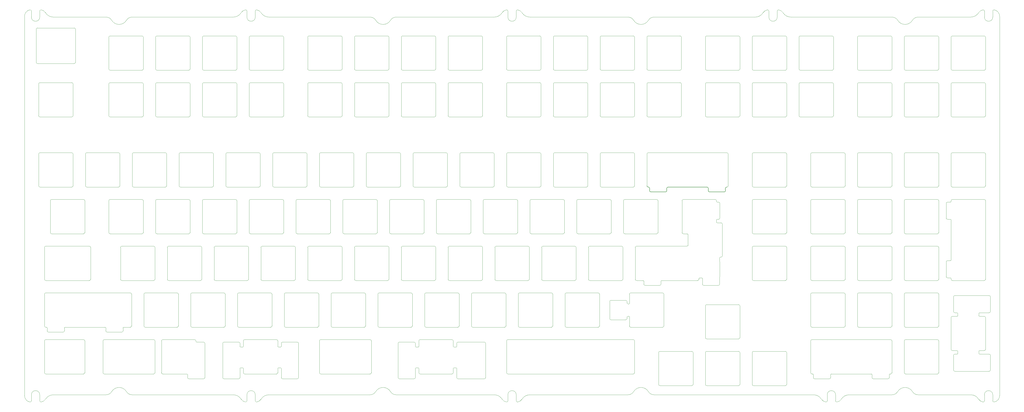
<source format=gbr>
%TF.GenerationSoftware,KiCad,Pcbnew,7.0.2*%
%TF.CreationDate,2023-06-27T02:28:16-04:00*%
%TF.ProjectId,FR4-universal-layout-plate,4652342d-756e-4697-9665-7273616c2d6c,rev?*%
%TF.SameCoordinates,Original*%
%TF.FileFunction,Profile,NP*%
%FSLAX46Y46*%
G04 Gerber Fmt 4.6, Leading zero omitted, Abs format (unit mm)*
G04 Created by KiCad (PCBNEW 7.0.2) date 2023-06-27 02:28:16*
%MOMM*%
%LPD*%
G01*
G04 APERTURE LIST*
%TA.AperFunction,Profile*%
%ADD10C,0.200000*%
%TD*%
%TA.AperFunction,Profile*%
%ADD11C,0.100000*%
%TD*%
%TA.AperFunction,Profile*%
%ADD12C,0.050000*%
%TD*%
G04 APERTURE END LIST*
D10*
X248236989Y-37575000D02*
G75*
G03*
X248736999Y-37075000I12J499998D01*
G01*
X241590551Y-35721446D02*
G75*
G03*
X241236998Y-35575000I-353553J-353556D01*
G01*
D11*
X273199998Y-35575001D02*
G75*
G03*
X273699999Y-35075000I0J500001D01*
G01*
D10*
X248236989Y-37575000D02*
X242236997Y-37575000D01*
X265612997Y-36074999D02*
G75*
G03*
X265466550Y-35721447I-500258J-108D01*
G01*
X248736998Y-36075000D02*
X248736999Y-37075000D01*
X272112989Y-37574990D02*
X266112997Y-37575000D01*
X265612999Y-37075000D02*
X265612998Y-36074999D01*
X272759444Y-35721447D02*
G75*
G03*
X272612997Y-36075000I353638J-353589D01*
G01*
X241236998Y-35575000D02*
X241149998Y-35575000D01*
X241736999Y-37075000D02*
X241736998Y-36074999D01*
X272612997Y-36075000D02*
X272612993Y-37075000D01*
X265466551Y-35721446D02*
G75*
G03*
X265112998Y-35575000I-353553J-353556D01*
G01*
X240649999Y-35075000D02*
G75*
G03*
X241149998Y-35575000I500001J1D01*
G01*
X249236998Y-35575001D02*
G75*
G03*
X248883446Y-35721448I4J-500007D01*
G01*
X241736999Y-37075000D02*
G75*
G03*
X242236997Y-37575000I500000J0D01*
G01*
X248883445Y-35721447D02*
G75*
G03*
X248736998Y-36075000I353638J-353589D01*
G01*
X265112998Y-35575000D02*
X249236998Y-35575000D01*
X273199989Y-35575000D02*
X273112997Y-35575000D01*
X273112997Y-35575000D02*
G75*
G03*
X272759444Y-35721447I-2J-499992D01*
G01*
X272112989Y-37574990D02*
G75*
G03*
X272612989Y-37075000I11J499989D01*
G01*
X241736997Y-36074999D02*
G75*
G03*
X241590550Y-35721447I-500258J-108D01*
G01*
X265612999Y-37075000D02*
G75*
G03*
X266112997Y-37575000I500000J0D01*
G01*
D11*
X135087500Y-7000000D02*
G75*
G03*
X135587500Y-6500000I0J500000D01*
G01*
X173187500Y-73675000D02*
G75*
G03*
X173687500Y-73175000I0J500000D01*
G01*
X259412500Y-103037500D02*
G75*
G03*
X258912500Y-102537500I-500000J0D01*
G01*
X284012500Y26050000D02*
X297012500Y26050000D01*
X264962500Y-102537500D02*
G75*
G03*
X264462500Y-103037500I0J-500000D01*
G01*
X326375000Y25550000D02*
X326375000Y12550000D01*
X243547867Y33725027D02*
G75*
G03*
X241235289Y32418548I33J-2700027D01*
G01*
X-2237500Y-54125000D02*
G75*
G03*
X-1737500Y-54625000I500001J1D01*
G01*
X-9962500Y33725000D02*
X-9962500Y36188331D01*
X245912500Y-102537500D02*
G75*
G03*
X245412500Y-103037500I0J-500000D01*
G01*
X297012500Y-116537500D02*
G75*
G03*
X297512500Y-116037500I0J500000D01*
G01*
X284012500Y-73675000D02*
X297012500Y-73675000D01*
X321325000Y-22075000D02*
X321325000Y-35075000D01*
X121587500Y-6500000D02*
G75*
G03*
X122087500Y-7000000I500000J0D01*
G01*
X220812500Y-92725000D02*
G75*
G03*
X221312500Y-92225000I0J500000D01*
G01*
X359425000Y-98274999D02*
X359425000Y-111274999D01*
X160187500Y-73675000D02*
X173187500Y-73675000D01*
X159400000Y-22075000D02*
G75*
G03*
X158900000Y-21575000I-500000J0D01*
G01*
X59387499Y-60175000D02*
X59387499Y-73175000D01*
X297512500Y25550000D02*
X297512500Y12550000D01*
X202262500Y-79225000D02*
X202262500Y-92225000D01*
X122087500Y26050000D02*
G75*
G03*
X121587500Y25550000I0J-500000D01*
G01*
X55412500Y-78725000D02*
G75*
G03*
X54912500Y-79225000I0J-500000D01*
G01*
X88250000Y-22075000D02*
X88250000Y-35075000D01*
X89843750Y-111775050D02*
G75*
G03*
X90343750Y-111275000I-50J500050D01*
G01*
X326875000Y-73675000D02*
X339875000Y-73675000D01*
X97487500Y-60175000D02*
G75*
G03*
X96987500Y-59675000I-500000J0D01*
G01*
X297512500Y-41125000D02*
X297512500Y-54125000D01*
X222100000Y26050000D02*
X235100000Y26050000D01*
X74443749Y-98774999D02*
X68443749Y-98774999D01*
X364174998Y-41711999D02*
G75*
G03*
X364474999Y-41411999I2J299999D01*
G01*
X270318741Y-66088000D02*
G75*
G03*
X270231749Y-65806164I-500041J0D01*
G01*
X345925000Y-78725000D02*
G75*
G03*
X345425000Y-79225000I0J-500000D01*
G01*
X307325001Y-111274999D02*
G75*
G03*
X307824999Y-111774999I499999J-1D01*
G01*
X163219249Y-99275000D02*
X163219249Y-100575001D01*
X127943749Y-111775049D02*
G75*
G03*
X128443749Y-111274999I-49J500049D01*
G01*
X345925000Y-59675000D02*
G75*
G03*
X345425000Y-60175000I0J-500000D01*
G01*
X283512500Y25550000D02*
X283512500Y12550000D01*
X332287998Y-113274999D02*
X332287998Y-112075000D01*
X154925000Y-54125000D02*
G75*
G03*
X155424999Y-54625000I500000J0D01*
G01*
X283512500Y-22075000D02*
X283512500Y-35075000D01*
X20344200Y-93024999D02*
G75*
G03*
X20044248Y-92725000I-300000J-1D01*
G01*
X307825000Y-59675000D02*
G75*
G03*
X307325000Y-60175000I0J-500000D01*
G01*
X59675000Y-6500000D02*
G75*
G03*
X60175000Y-7000000I500000J0D01*
G01*
X77787500Y33725000D02*
G75*
G03*
X81187500Y33725000I1700000J0D01*
G01*
X7000000Y-22075000D02*
G75*
G03*
X6499999Y-21575000I-500000J0D01*
G01*
X169712500Y-78725000D02*
X182712500Y-78725000D01*
X339587999Y-111774998D02*
G75*
G03*
X339287998Y-112075000I1J-300002D01*
G01*
X178450000Y-22075000D02*
G75*
G03*
X177950000Y-21575000I-500000J0D01*
G01*
X60650000Y-99275001D02*
G75*
G03*
X60149999Y-98775000I-500000J1D01*
G01*
X207812500Y-78725000D02*
X220812500Y-78725000D01*
X135875000Y-41125000D02*
X135875000Y-54125000D01*
X379975001Y-110688001D02*
G75*
G03*
X380475001Y-110187999I-1J500001D01*
G01*
X247006250Y-92725050D02*
G75*
G03*
X247506250Y-92225000I-50J500050D01*
G01*
X297012500Y-35575000D02*
G75*
G03*
X297512500Y-35075000I0J500000D01*
G01*
X35075000Y12050000D02*
G75*
G03*
X35575000Y12550000I0J500000D01*
G01*
X79225000Y7000000D02*
G75*
G03*
X78725000Y6500000I0J-500000D01*
G01*
X59675000Y-41125000D02*
X59675000Y-54125000D01*
X7500000Y14800000D02*
X-7500000Y14800000D01*
X203049999Y26050000D02*
X216049999Y26050000D01*
X207025000Y-41125000D02*
G75*
G03*
X206525000Y-40625000I-500000J0D01*
G01*
X359425000Y25550000D02*
X359425000Y12550000D01*
X45887500Y-59675000D02*
X58887499Y-59675000D01*
X128443749Y-111274999D02*
X128443749Y-98274999D01*
X41125000Y-40625000D02*
X54125000Y-40625000D01*
X159400000Y-22075000D02*
X159400000Y-35075000D01*
X254150000Y12050000D02*
G75*
G03*
X254650000Y12550000I0J500000D01*
G01*
X239355749Y-73975000D02*
X239355749Y-75174999D01*
X189831262Y35459390D02*
G75*
G03*
X188026987Y36681405I-2287462J-1434390D01*
G01*
X125562500Y-92725000D02*
G75*
G03*
X126062500Y-92225000I0J500000D01*
G01*
X339875000Y-7000000D02*
G75*
G03*
X340375000Y-6500000I0J500000D01*
G01*
X284012500Y-102537500D02*
X297012500Y-102537500D01*
X345425000Y25550000D02*
X345425000Y12550000D01*
X326875000Y-7000000D02*
X339875000Y-7000000D01*
X378037500Y33725000D02*
G75*
G03*
X381437500Y33725000I1700000J0D01*
G01*
X163219200Y-113275000D02*
G75*
G03*
X163719248Y-113775000I500000J0D01*
G01*
X233306251Y-83224950D02*
G75*
G03*
X233506250Y-83025000I49J199950D01*
G01*
X340427133Y-120274999D02*
X322965933Y-120274999D01*
X221600000Y-22075000D02*
X221600000Y-35075000D01*
X184000000Y-21575000D02*
X197000000Y-21575000D01*
X233506250Y-79225000D02*
X233506250Y-83025000D01*
X345425000Y-6500000D02*
G75*
G03*
X345925000Y-7000000I500000J0D01*
G01*
X308412000Y-112075000D02*
G75*
G03*
X308111999Y-111775000I-300000J0D01*
G01*
X-4618750Y-79225000D02*
X-4618751Y-92225000D01*
X326875000Y-78725000D02*
X339875000Y-78725000D01*
X245125000Y-41125000D02*
G75*
G03*
X244625000Y-40625000I-500000J0D01*
G01*
X83199999Y-22075000D02*
X83199999Y-35075000D01*
X41125000Y12050000D02*
X54125000Y12050000D01*
X377974999Y-73675000D02*
G75*
G03*
X378475000Y-73174999I1J500000D01*
G01*
X264462500Y-83987500D02*
X264462500Y-96987500D01*
X58887499Y-73674999D02*
G75*
G03*
X59387499Y-73175000I1J499999D01*
G01*
X154137500Y-7000000D02*
G75*
G03*
X154637500Y-6500000I0J500000D01*
G01*
X192737500Y-60175000D02*
G75*
G03*
X192237499Y-59675000I-500000J0D01*
G01*
X43006301Y-111274999D02*
G75*
G03*
X43506249Y-111774999I499999J-1D01*
G01*
X378475000Y6500000D02*
G75*
G03*
X377975000Y7000000I-500000J0D01*
G01*
X326875000Y-78725000D02*
G75*
G03*
X326375000Y-79225000I0J-500000D01*
G01*
X364974999Y-73675000D02*
X377974999Y-73675000D01*
X168924999Y-41125000D02*
X168924999Y-54125000D01*
X97775000Y-54125000D02*
G75*
G03*
X98274999Y-54625000I500000J0D01*
G01*
X96987500Y-73675000D02*
G75*
G03*
X97487500Y-73175000I0J500000D01*
G01*
X222100000Y7000000D02*
G75*
G03*
X221600000Y6500000I0J-500000D01*
G01*
X377975001Y-102250002D02*
G75*
G03*
X378475002Y-101750000I-1J500002D01*
G01*
X340375000Y-41125000D02*
G75*
G03*
X339875000Y-40625000I-500000J0D01*
G01*
X326375000Y-60175000D02*
X326375000Y-73175000D01*
X-4168762Y35459375D02*
G75*
G03*
X-1034066Y33725000I3134696J1965625D01*
G01*
X326875000Y-21575000D02*
G75*
G03*
X326375000Y-22075000I0J-500000D01*
G01*
X79225000Y-7000000D02*
X92225000Y-7000000D01*
X98781799Y-99275000D02*
G75*
G03*
X98281749Y-98775001I-499999J0D01*
G01*
X207312500Y-92225000D02*
G75*
G03*
X207812500Y-92725000I500000J0D01*
G01*
X254650000Y25550000D02*
G75*
G03*
X254150000Y26050000I-500000J0D01*
G01*
X212575000Y-54625000D02*
X225575000Y-54625000D01*
X345425000Y-73175000D02*
G75*
G03*
X345925000Y-73675000I500000J0D01*
G01*
X182712500Y-92725000D02*
G75*
G03*
X183212500Y-92225000I0J500000D01*
G01*
X54625000Y25550000D02*
G75*
G03*
X54125000Y26050000I-500000J0D01*
G01*
X254650000Y25550000D02*
X254650000Y12550000D01*
X178509067Y-120274999D02*
X138547867Y-120274999D01*
X233506250Y-92225000D02*
X233506249Y-88424999D01*
X345925000Y-7000000D02*
X358925000Y-7000000D01*
X246655748Y-73675000D02*
X261293749Y-73675000D01*
X179237499Y-73675000D02*
X192237499Y-73675000D01*
X234006250Y-92725000D02*
X247006250Y-92725000D01*
X126350000Y-35075000D02*
G75*
G03*
X126850000Y-35575000I500000J0D01*
G01*
X317437500Y-120274999D02*
X317437500Y-122739477D01*
X340375000Y-22075000D02*
G75*
G03*
X339875000Y-21575000I-500000J0D01*
G01*
X59387500Y-60175000D02*
G75*
G03*
X58887499Y-59675000I-500000J0D01*
G01*
X284012500Y-21575000D02*
X297012500Y-21575000D01*
X59675000Y-54125000D02*
G75*
G03*
X60175000Y-54625000I500000J0D01*
G01*
X303062500Y12050000D02*
X316062500Y12050000D01*
X245912500Y-116537500D02*
X258912500Y-116537500D01*
X316562500Y25550000D02*
G75*
G03*
X316062500Y26050000I-500000J0D01*
G01*
X-10553408Y-123229996D02*
G75*
G03*
X-9962498Y-122738331I90998J491560D01*
G01*
X340375000Y6500000D02*
G75*
G03*
X339875000Y7000000I-500000J0D01*
G01*
X68443749Y-98774949D02*
G75*
G03*
X67943749Y-99274999I51J-500051D01*
G01*
X283512500Y-6500000D02*
G75*
G03*
X284012500Y-7000000I500000J0D01*
G01*
X307325000Y-41125000D02*
X307325000Y-54125000D01*
X217337500Y-59675000D02*
X230337500Y-59675000D01*
X60650000Y-113275001D02*
X60650000Y-99275001D01*
X128443700Y-98274999D02*
G75*
G03*
X127943748Y-97775000I-500000J-1D01*
G01*
X345925000Y26050000D02*
G75*
G03*
X345425000Y25550000I0J-500000D01*
G01*
X202549999Y-22075000D02*
X202549999Y-35075000D01*
X26837500Y-59675000D02*
X39837500Y-59675000D01*
X154637500Y6500000D02*
X154637500Y-6500000D01*
X26837500Y-59675000D02*
G75*
G03*
X26337500Y-60175000I0J-500000D01*
G01*
X56506249Y-97774999D02*
X43506249Y-97774999D01*
X362974999Y-65588000D02*
G75*
G03*
X362475000Y-66087999I1J-500000D01*
G01*
X187475000Y-54625000D02*
G75*
G03*
X187975000Y-54125000I0J500000D01*
G01*
X241149999Y-21574999D02*
G75*
G03*
X240649999Y-22075001I1J-500001D01*
G01*
X255437498Y-54625000D02*
X257018748Y-54624999D01*
X297012500Y-73675000D02*
G75*
G03*
X297512500Y-73175000I0J500000D01*
G01*
X74443749Y-113775050D02*
G75*
G03*
X74943750Y-113274999I-49J500050D01*
G01*
X69199999Y-22075000D02*
X69199999Y-35075000D01*
X241150000Y7000000D02*
G75*
G03*
X240650000Y6500000I0J-500000D01*
G01*
X316562500Y25550000D02*
X316562500Y12550000D01*
X226075000Y-41125000D02*
G75*
G03*
X225575000Y-40625000I-500000J0D01*
G01*
X307325000Y-92225000D02*
G75*
G03*
X307825000Y-92725000I500000J0D01*
G01*
X150162500Y-79225000D02*
X150162500Y-92225000D01*
X149875000Y-41125000D02*
X149875000Y-54125000D01*
X67943749Y-99274999D02*
X67943749Y-113274999D01*
X117324999Y-40624999D02*
G75*
G03*
X116824999Y-41125000I1J-500001D01*
G01*
X160187500Y-59675000D02*
X173187500Y-59675000D01*
X193025000Y-41125000D02*
X193025000Y-54125000D01*
X50650000Y-21575000D02*
X63650000Y-21575000D01*
X320825000Y-92725000D02*
G75*
G03*
X321325000Y-92225000I0J500000D01*
G01*
X264962500Y26050000D02*
G75*
G03*
X264462500Y25550000I0J-500000D01*
G01*
X345925000Y-21575000D02*
X358925000Y-21575000D01*
X235600000Y25550000D02*
G75*
G03*
X235100000Y26050000I-500000J0D01*
G01*
X173975000Y-54125000D02*
G75*
G03*
X174475000Y-54625000I500000J0D01*
G01*
X-10553408Y36679997D02*
G75*
G03*
X-12762501Y34025000I491597J-2655571D01*
G01*
X122087500Y26050000D02*
X135087500Y26050000D01*
X183999999Y-111774999D02*
X235099999Y-111774999D01*
X326875000Y-35575000D02*
X339875000Y-35575000D01*
X187437523Y-122739477D02*
G75*
G03*
X188026987Y-123231404I499977J-23D01*
G01*
X31047867Y33725027D02*
G75*
G03*
X28735289Y32418548I33J-2700027D01*
G01*
X203049999Y26050001D02*
G75*
G03*
X202549999Y25550000I1J-500001D01*
G01*
X49362500Y-92725000D02*
G75*
G03*
X49862500Y-92225000I0J500000D01*
G01*
X364174998Y-41712000D02*
X362974999Y-41712000D01*
X173687500Y6500000D02*
G75*
G03*
X173187500Y7000000I-500000J0D01*
G01*
X74462499Y-78725000D02*
X87462499Y-78725000D01*
X3768249Y-92725000D02*
X20044249Y-92725000D01*
X116824999Y-41125000D02*
X116824999Y-54125000D01*
X54912500Y-92225000D02*
G75*
G03*
X55412500Y-92725000I500000J0D01*
G01*
X54625000Y-41125000D02*
G75*
G03*
X54125000Y-40625000I-500000J0D01*
G01*
X111274999Y-54624999D02*
G75*
G03*
X111774999Y-54125000I1J499999D01*
G01*
X155424999Y-40624999D02*
G75*
G03*
X154924999Y-41125000I1J-500001D01*
G01*
X283512500Y-116037500D02*
G75*
G03*
X284012500Y-116537500I500000J0D01*
G01*
X-4118751Y-97774998D02*
G75*
G03*
X-4618752Y-98274999I0J-500001D01*
G01*
X98274999Y-40624999D02*
G75*
G03*
X97774999Y-41125000I1J-500001D01*
G01*
X22075000Y-54625000D02*
X35075000Y-54625000D01*
X320825000Y-35575000D02*
G75*
G03*
X321325000Y-35075000I0J500000D01*
G01*
X345925000Y-35575000D02*
X358925000Y-35575000D01*
X183212500Y-79225000D02*
G75*
G03*
X182712500Y-78725000I-500000J0D01*
G01*
X345925000Y-21575000D02*
G75*
G03*
X345425000Y-22075000I0J-500000D01*
G01*
X160187500Y-7000000D02*
X173187500Y-7000000D01*
X326375000Y-6500000D02*
G75*
G03*
X326875000Y-7000000I500000J0D01*
G01*
X365475001Y-86311999D02*
G75*
G03*
X365975001Y-86811999I499999J-1D01*
G01*
X73175000Y-54625000D02*
G75*
G03*
X73675000Y-54125000I0J500000D01*
G01*
X92225000Y-7000000D02*
G75*
G03*
X92725000Y-6500000I0J500000D01*
G01*
X140637500Y12550000D02*
G75*
G03*
X141137500Y12050000I500000J0D01*
G01*
X241150000Y-7000000D02*
X254150000Y-7000000D01*
X103037500Y7000000D02*
X116037500Y7000000D01*
X75393787Y-122009359D02*
G75*
G03*
X72259067Y-120274999I-3134687J-1965641D01*
G01*
X-3531750Y-93024999D02*
X-3531750Y-94225000D01*
X316062500Y-7000000D02*
G75*
G03*
X316562500Y-6500000I0J500000D01*
G01*
X59675000Y25550000D02*
X59675000Y12550000D01*
X345425000Y-35075000D02*
G75*
G03*
X345925000Y-35575000I500000J0D01*
G01*
X77198018Y36681375D02*
G75*
G03*
X75393764Y35459375I483182J-2656375D01*
G01*
X103037500Y-73675000D02*
X116037500Y-73675000D01*
X202262500Y-79225000D02*
G75*
G03*
X201762500Y-78725000I-500000J0D01*
G01*
X340427133Y-120275027D02*
G75*
G03*
X342739712Y-118968547I-33J2700027D01*
G01*
X116537500Y25550000D02*
X116537500Y12550000D01*
X203049999Y7000001D02*
G75*
G03*
X202549999Y6500000I1J-500001D01*
G01*
X241149999Y-21575001D02*
X273199999Y-21575001D01*
X264962500Y12050000D02*
X277962500Y12050000D01*
X31100000Y-22075000D02*
X31100000Y-35075000D01*
X77937500Y-73675000D02*
G75*
G03*
X78437500Y-73175000I0J500000D01*
G01*
X116037500Y12050000D02*
G75*
G03*
X116537500Y12550000I0J500000D01*
G01*
X164450000Y-35075000D02*
G75*
G03*
X164950000Y-35575000I500000J0D01*
G01*
X91581750Y-100775000D02*
X90543750Y-100775000D01*
X359425000Y-79225000D02*
X359425000Y-92225000D01*
X-7000000Y-35075000D02*
G75*
G03*
X-6500000Y-35575000I500001J1D01*
G01*
X-4618751Y-73174999D02*
G75*
G03*
X-4118750Y-73675000I500001J0D01*
G01*
X30812499Y-79225000D02*
G75*
G03*
X30312499Y-78725001I-499999J0D01*
G01*
X235600001Y-98274999D02*
G75*
G03*
X235099999Y-97774999I-500001J-1D01*
G01*
X83581213Y35459360D02*
G75*
G03*
X86715933Y33725000I3134687J1965640D01*
G01*
X55412500Y-92725000D02*
X68412500Y-92725000D01*
X188762500Y-78725000D02*
X201762500Y-78725000D01*
X375975001Y-88249999D02*
X377975001Y-88249999D01*
X340375000Y-60175000D02*
G75*
G03*
X339875000Y-59675000I-500000J0D01*
G01*
X145843250Y-98775000D02*
X139843250Y-98775000D01*
X183500000Y-35075000D02*
G75*
G03*
X184000000Y-35575000I500000J0D01*
G01*
X381437500Y-120274999D02*
X381437500Y-122738330D01*
X321325000Y-22075000D02*
G75*
G03*
X320825000Y-21575000I-500000J0D01*
G01*
X316562500Y6500000D02*
G75*
G03*
X316062500Y7000000I-500000J0D01*
G01*
X107800000Y-21575000D02*
G75*
G03*
X107300000Y-22075000I0J-500000D01*
G01*
X127927133Y-120275027D02*
G75*
G03*
X130239712Y-118968547I-33J2700027D01*
G01*
X261793749Y-73174999D02*
X261793749Y-72888000D01*
X40337500Y-60175000D02*
G75*
G03*
X39837500Y-59675000I-500000J0D01*
G01*
X74943749Y-100575001D02*
X74943749Y-99274999D01*
X345425000Y-41125000D02*
X345425000Y-54125000D01*
X284012500Y-59675000D02*
X297012500Y-59675000D01*
X340375000Y-60175000D02*
X340375000Y-73175000D01*
X235100000Y-7000000D02*
G75*
G03*
X235600000Y-6500000I0J500000D01*
G01*
X203049999Y7000000D02*
X216049999Y7000000D01*
X73675000Y6500000D02*
G75*
G03*
X73175000Y7000000I-500000J0D01*
G01*
X345925000Y-59675000D02*
X358925000Y-59675000D01*
X297012500Y12050000D02*
G75*
G03*
X297512500Y12550000I0J500000D01*
G01*
X-12762500Y-120575000D02*
X-12762500Y34025000D01*
X36362500Y-78725000D02*
G75*
G03*
X35862500Y-79225000I0J-500000D01*
G01*
X168424999Y-54624999D02*
G75*
G03*
X168924999Y-54125000I1J499999D01*
G01*
X351047867Y33725027D02*
G75*
G03*
X348735289Y32418548I33J-2700027D01*
G01*
X184000000Y7000000D02*
X197000000Y7000000D01*
X64937500Y-59675000D02*
X77937500Y-59675000D01*
X140637500Y-60175000D02*
X140637500Y-73175000D01*
X22075000Y7000000D02*
X35075000Y7000000D01*
X45100000Y-22075000D02*
G75*
G03*
X44600000Y-21575000I-500000J0D01*
G01*
X102537500Y12550000D02*
G75*
G03*
X103037500Y12050000I500000J0D01*
G01*
X130824999Y-41125000D02*
X130824999Y-54125000D01*
X14143749Y-73174999D02*
X14143749Y-60175000D01*
X308111999Y-111775000D02*
X307824999Y-111774999D01*
X60175000Y-40625000D02*
G75*
G03*
X59675000Y-41125000I0J-500000D01*
G01*
X283512500Y6500000D02*
X283512500Y-6500000D01*
X141137500Y12050000D02*
X154137500Y12050000D01*
X188026982Y-123231375D02*
G75*
G03*
X189831237Y-122009374I-483182J2656375D01*
G01*
X277962500Y-7000000D02*
G75*
G03*
X278462500Y-6500000I0J500000D01*
G01*
X53650000Y-111975000D02*
X53650000Y-113275001D01*
X173687500Y-60175000D02*
X173687500Y-73175000D01*
X76843750Y-97774949D02*
G75*
G03*
X76343749Y-98275001I50J-500051D01*
G01*
X164162500Y-79225000D02*
X164162500Y-92225000D01*
X141137500Y-59675000D02*
G75*
G03*
X140637500Y-60175000I0J-500000D01*
G01*
X202550000Y-6500000D02*
G75*
G03*
X203049999Y-7000000I500000J0D01*
G01*
X187437500Y-120274999D02*
G75*
G03*
X184037500Y-120274999I-1700000J0D01*
G01*
X245855748Y-75675048D02*
G75*
G03*
X246355748Y-75174999I-48J500048D01*
G01*
X326875000Y26050000D02*
X339875000Y26050000D01*
X188026991Y36681426D02*
G75*
G03*
X187437500Y36189478I-89491J-491926D01*
G01*
X326875000Y-92725000D02*
X339875000Y-92725000D01*
X358925000Y-73675000D02*
G75*
G03*
X359425000Y-73175000I0J500000D01*
G01*
X342739713Y32418549D02*
G75*
G03*
X348735287Y32418549I2997787J1806451D01*
G01*
X271318749Y-63650000D02*
X271318749Y-50650000D01*
X75143749Y-109275048D02*
G75*
G03*
X74943748Y-109474999I-49J-199952D01*
G01*
X177950000Y-35575000D02*
G75*
G03*
X178450000Y-35075000I0J500000D01*
G01*
X150662500Y-92725000D02*
X163662500Y-92725000D01*
X221600000Y-35075000D02*
G75*
G03*
X222100000Y-35575000I500000J0D01*
G01*
X378037500Y-122739477D02*
X378037500Y-120274999D01*
X146343299Y-100575001D02*
G75*
G03*
X146543250Y-100775001I200001J1D01*
G01*
X378475001Y-41125000D02*
G75*
G03*
X377974999Y-40624999I-500001J0D01*
G01*
X150662500Y-78725000D02*
G75*
G03*
X150162500Y-79225000I0J-500000D01*
G01*
X270818749Y-50150000D02*
X269237498Y-50150000D01*
X11262500Y-111775000D02*
G75*
G03*
X11762500Y-111275001I0J500000D01*
G01*
X307825000Y-21575000D02*
G75*
G03*
X307325000Y-22075000I0J-500000D01*
G01*
X173687500Y25550000D02*
G75*
G03*
X173187500Y26050000I-500000J0D01*
G01*
X20344300Y-94225000D02*
G75*
G03*
X20844249Y-94725000I500000J0D01*
G01*
X91781700Y-109475000D02*
G75*
G03*
X91581750Y-109275000I-200000J0D01*
G01*
X212575000Y-40625000D02*
G75*
G03*
X212075000Y-41125000I0J-500000D01*
G01*
X67943801Y-113274999D02*
G75*
G03*
X68443749Y-113774999I499999J-1D01*
G01*
X235239713Y32418549D02*
G75*
G03*
X241235287Y32418549I2997787J1806451D01*
G01*
X381437471Y-122738330D02*
G75*
G03*
X382028409Y-123229996I500029J30D01*
G01*
X107800000Y-21575000D02*
X120799999Y-21575000D01*
X240649999Y-35075000D02*
X240649999Y-22075001D01*
X141137500Y26050000D02*
G75*
G03*
X140637500Y25550000I0J-500000D01*
G01*
X326375000Y-54125000D02*
G75*
G03*
X326875000Y-54625000I500000J0D01*
G01*
X83200000Y-22075000D02*
G75*
G03*
X82699999Y-21575000I-500000J0D01*
G01*
X81187500Y36189478D02*
X81187500Y33725000D01*
X-6500000Y7000000D02*
G75*
G03*
X-7000000Y6500000I1J-500001D01*
G01*
X-4118751Y-111774999D02*
X11262500Y-111775001D01*
X45387500Y-73175000D02*
G75*
G03*
X45887500Y-73675000I500000J0D01*
G01*
X380475002Y-104187999D02*
G75*
G03*
X379975002Y-103687998I-500002J-1D01*
G01*
X365975001Y-110687999D02*
X379975001Y-110687999D01*
X188762500Y-92725000D02*
X201762500Y-92725000D01*
X235100000Y12050000D02*
G75*
G03*
X235600000Y12550000I0J500000D01*
G01*
X68412500Y-92725000D02*
G75*
G03*
X68912500Y-92225000I0J500000D01*
G01*
X216049999Y-35574999D02*
G75*
G03*
X216549999Y-35075000I1J499999D01*
G01*
X184000000Y26050000D02*
G75*
G03*
X183500000Y25550000I0J-500000D01*
G01*
X161781201Y-100575001D02*
G75*
G03*
X161981250Y-100774999I199999J1D01*
G01*
X203049999Y-21575000D02*
X216049999Y-21575000D01*
X326875000Y12050000D02*
X339875000Y12050000D01*
X138547867Y33725027D02*
G75*
G03*
X136235289Y32418548I33J-2700027D01*
G01*
X339875000Y-73675000D02*
G75*
G03*
X340375000Y-73175000I0J500000D01*
G01*
X21575000Y-54125000D02*
G75*
G03*
X22075000Y-54625000I500000J0D01*
G01*
X311643739Y-122009389D02*
G75*
G03*
X313448013Y-123231404I2287461J1434389D01*
G01*
X22075000Y7000000D02*
G75*
G03*
X21575000Y6500000I0J-500000D01*
G01*
X235600000Y-22075000D02*
X235600000Y-35075000D01*
X12549999Y-35575000D02*
X25550000Y-35575000D01*
X41125000Y7000000D02*
G75*
G03*
X40625000Y6500000I0J-500000D01*
G01*
X39837499Y-97775001D02*
X19693749Y-97774999D01*
X98274999Y-54625000D02*
X111274999Y-54625000D01*
X160187500Y26050000D02*
X173187500Y26050000D01*
X377975000Y-7000000D02*
G75*
G03*
X378475000Y-6500000I0J500000D01*
G01*
X202549999Y25550000D02*
X202549999Y12550000D01*
X307325000Y-54125000D02*
G75*
G03*
X307825000Y-54625000I500000J0D01*
G01*
X284012500Y-40625000D02*
X297012500Y-40625000D01*
X122087500Y-59675000D02*
G75*
G03*
X121587500Y-60175000I0J-500000D01*
G01*
X-6562500Y-120275000D02*
X-6562500Y-122739477D01*
X358925000Y-111775000D02*
G75*
G03*
X359425000Y-111274999I0J500000D01*
G01*
X339875000Y-35575000D02*
G75*
G03*
X340375000Y-35075000I0J500000D01*
G01*
X106512499Y-92724999D02*
G75*
G03*
X107012499Y-92225000I1J499999D01*
G01*
X365975001Y-103688001D02*
G75*
G03*
X365475001Y-104187999I-1J-499999D01*
G01*
X49862500Y-79225000D02*
X49862500Y-92225000D01*
X77787478Y36189478D02*
G75*
G03*
X77198013Y36681405I-499978J22D01*
G01*
X49862500Y-79225000D02*
G75*
G03*
X49362500Y-78725000I-500000J0D01*
G01*
X73675000Y6500000D02*
X73675000Y-6500000D01*
X54125000Y-7000000D02*
G75*
G03*
X54625000Y-6500000I0J500000D01*
G01*
X54150000Y-113775001D02*
X60150000Y-113775001D01*
X155424999Y-40625000D02*
X168424999Y-40625000D01*
X345425001Y-111274999D02*
G75*
G03*
X345925000Y-111774999I499999J-1D01*
G01*
X184000000Y-7000000D02*
X197000000Y-7000000D01*
X375775005Y-103487996D02*
G75*
G03*
X375975000Y-103687995I199995J-4D01*
G01*
X144612499Y-92724999D02*
G75*
G03*
X145112499Y-92225000I1J499999D01*
G01*
X22075000Y26050000D02*
G75*
G03*
X21575000Y25550000I0J-500000D01*
G01*
X181643739Y-122009389D02*
G75*
G03*
X183448013Y-123231404I2287461J1434389D01*
G01*
X53650001Y-111975000D02*
G75*
G03*
X53450001Y-111774999I-200001J0D01*
G01*
X359425000Y-41125000D02*
G75*
G03*
X358925000Y-40625000I-500000J0D01*
G01*
X90343750Y-111275000D02*
X90343750Y-109475000D01*
X277962500Y-116537500D02*
G75*
G03*
X278462500Y-116037500I0J500000D01*
G01*
X307325000Y-73175000D02*
G75*
G03*
X307825000Y-73675000I500000J0D01*
G01*
X243547867Y33725000D02*
X284759067Y33725000D01*
X183500000Y25550000D02*
X183500000Y12550000D01*
X297512500Y-103037500D02*
X297512500Y-116037500D01*
X378475000Y-22075000D02*
X378475000Y-35075000D01*
X340375001Y-98274999D02*
G75*
G03*
X339874998Y-97774999I-500001J-1D01*
G01*
X83987500Y-59675000D02*
X96987500Y-59675000D01*
X364475001Y-101749999D02*
X364475001Y-88749999D01*
X57006201Y-98274999D02*
G75*
G03*
X56506249Y-97774999I-500001J-1D01*
G01*
X273699999Y-22075001D02*
G75*
G03*
X273199999Y-21575001I-499999J1D01*
G01*
X263231701Y-72888000D02*
G75*
G03*
X262931748Y-72587999I-300001J0D01*
G01*
X216549999Y-22075000D02*
X216549999Y-35075000D01*
X21575000Y6500000D02*
X21575000Y-6500000D01*
X160187500Y-59675000D02*
G75*
G03*
X159687500Y-60175000I0J-500000D01*
G01*
X20427133Y-120274999D02*
X-1034066Y-120274999D01*
X164162500Y-79225000D02*
G75*
G03*
X163662500Y-78725000I-500000J0D01*
G01*
X365975001Y-103687999D02*
X366975001Y-103687999D01*
X207812500Y-78725000D02*
G75*
G03*
X207312500Y-79225000I0J-500000D01*
G01*
X140637500Y-73175000D02*
G75*
G03*
X141137500Y-73675000I500000J0D01*
G01*
X183448009Y-123231426D02*
G75*
G03*
X184037500Y-122739477I89491J491926D01*
G01*
X268937500Y-41125000D02*
G75*
G03*
X268437499Y-40625000I-500000J0D01*
G01*
X264962500Y7000000D02*
G75*
G03*
X264462500Y6500000I0J-500000D01*
G01*
X378037500Y33725000D02*
X378037500Y36189478D01*
X254650000Y6500000D02*
X254650000Y-6500000D01*
X90343699Y-100575000D02*
G75*
G03*
X90543749Y-100775001I200001J0D01*
G01*
X174943700Y-99274999D02*
G75*
G03*
X174443748Y-98775000I-500000J-1D01*
G01*
X239355700Y-73975000D02*
G75*
G03*
X239055749Y-73675000I-300000J0D01*
G01*
X297512500Y25550000D02*
G75*
G03*
X297012500Y26050000I-500000J0D01*
G01*
X321325000Y-41125000D02*
G75*
G03*
X320825000Y-40625000I-500000J0D01*
G01*
X68912500Y-79225000D02*
X68912500Y-92225000D01*
X364975001Y-88249999D02*
X366975001Y-88249999D01*
X163719250Y-113775000D02*
X174443749Y-113775000D01*
X81776982Y-123231375D02*
G75*
G03*
X83581237Y-122009374I-483182J2656375D01*
G01*
X161281250Y-111775050D02*
G75*
G03*
X161781250Y-111275000I-50J500050D01*
G01*
X139850000Y-35575000D02*
G75*
G03*
X140350000Y-35075000I0J500000D01*
G01*
X232927133Y-120274999D02*
X192965933Y-120274999D01*
X379975001Y-103687999D02*
X375975001Y-103687999D01*
X154137500Y-73675000D02*
G75*
G03*
X154637500Y-73175000I0J500000D01*
G01*
X189831213Y35459360D02*
G75*
G03*
X192965933Y33725000I3134687J1965640D01*
G01*
X380475001Y-80311999D02*
G75*
G03*
X379975001Y-79811999I-500001J-1D01*
G01*
X257018748Y-59675000D02*
X236387499Y-59675000D01*
X64937500Y-73675000D02*
X77937500Y-73675000D01*
X375975001Y-102249999D02*
X377975001Y-102249999D01*
X183212500Y-79225000D02*
X183212500Y-92225000D01*
X31600000Y-21575000D02*
X44600000Y-21575000D01*
X240650000Y12550000D02*
G75*
G03*
X241150000Y12050000I500000J0D01*
G01*
X264462500Y-116037500D02*
G75*
G03*
X264962500Y-116537500I500000J0D01*
G01*
X98274999Y-40625000D02*
X111274999Y-40625000D01*
X92225000Y12050000D02*
G75*
G03*
X92725000Y12550000I0J500000D01*
G01*
X135587500Y25550000D02*
G75*
G03*
X135087500Y26050000I-500000J0D01*
G01*
X183500000Y-6500000D02*
G75*
G03*
X184000000Y-7000000I500000J0D01*
G01*
X231625000Y-54625000D02*
X244625000Y-54625000D01*
X203049999Y-21574999D02*
G75*
G03*
X202549999Y-22075000I1J-500001D01*
G01*
X297512500Y-22075000D02*
G75*
G03*
X297012500Y-21575000I-500000J0D01*
G01*
X264462500Y-96987500D02*
G75*
G03*
X264962500Y-97487500I500000J0D01*
G01*
X122087500Y-59675000D02*
X135087500Y-59675000D01*
X35575000Y-41125000D02*
X35575000Y-54125000D01*
X284012500Y-40625000D02*
G75*
G03*
X283512500Y-41125000I0J-500000D01*
G01*
X193525000Y-54625000D02*
X206525000Y-54625000D01*
X231625000Y-40625000D02*
X244625000Y-40625000D01*
X340375000Y-79225000D02*
G75*
G03*
X339875000Y-78725000I-500000J0D01*
G01*
X3468249Y-94225000D02*
X3468249Y-93024999D01*
X375775000Y-88049995D02*
X375775001Y-87011999D01*
X290287500Y33725000D02*
G75*
G03*
X293687500Y33725000I1700000J0D01*
G01*
X307325000Y-35075000D02*
G75*
G03*
X307825000Y-35575000I500000J0D01*
G01*
X211787500Y-60175000D02*
X211787500Y-73175000D01*
X60175000Y-40625000D02*
X73175000Y-40625000D01*
X326375000Y-79225000D02*
X326375000Y-92225000D01*
X40337499Y-98275001D02*
G75*
G03*
X39837499Y-97775001I-499999J1D01*
G01*
X247506250Y-79225000D02*
X247506250Y-92225000D01*
X-6500000Y-35575000D02*
X6499999Y-35575000D01*
X161981250Y-109275049D02*
G75*
G03*
X161781249Y-109474999I-50J-199951D01*
G01*
X197500000Y25550000D02*
G75*
G03*
X197000000Y26050000I-500000J0D01*
G01*
X91781750Y-99275000D02*
X91781750Y-100575001D01*
X140350000Y-22075000D02*
G75*
G03*
X139850000Y-21575000I-500000J0D01*
G01*
X235600000Y25550000D02*
X235600000Y12550000D01*
X41125000Y-7000000D02*
X54125000Y-7000000D01*
X264462500Y-103037500D02*
X264462500Y-116037500D01*
X145900000Y-35575000D02*
X158900000Y-35575000D01*
X89843750Y-97775000D02*
X76843750Y-97775000D01*
X25550000Y-35575000D02*
G75*
G03*
X26050000Y-35075000I0J500000D01*
G01*
X379975001Y-79811999D02*
X366975001Y-79811999D01*
X207312500Y-79225000D02*
X207312500Y-92225000D01*
X197500000Y-22075000D02*
G75*
G03*
X197000000Y-21575000I-500000J0D01*
G01*
X297512500Y-60175000D02*
G75*
G03*
X297012500Y-59675000I-500000J0D01*
G01*
X278462500Y6500000D02*
X278462500Y-6500000D01*
X14143700Y-60175000D02*
G75*
G03*
X13643749Y-59675000I-500000J0D01*
G01*
X161981250Y-109275000D02*
X163019250Y-109275001D01*
X45887500Y-73675000D02*
X58887499Y-73675000D01*
X297512500Y-22075000D02*
X297512500Y-35075000D01*
X41125000Y-40625000D02*
G75*
G03*
X40625000Y-41125000I0J-500000D01*
G01*
X241150000Y7000000D02*
X254150000Y7000000D01*
X197787500Y-73175000D02*
G75*
G03*
X198287500Y-73675000I500000J0D01*
G01*
X88750000Y-35575000D02*
X101750000Y-35575000D01*
X86715933Y33725000D02*
X127927133Y33725000D01*
X359425000Y-60175000D02*
X359425000Y-73175000D01*
X235239688Y32418534D02*
G75*
G03*
X232927133Y33725000I-2312588J-1393534D01*
G01*
X-3031750Y-94725000D02*
X2968249Y-94725000D01*
X64149999Y-22075000D02*
X64149999Y-35075000D01*
X303062500Y26050000D02*
X316062500Y26050000D01*
X234006250Y-78725000D02*
X247006250Y-78725000D01*
X78725000Y-41125000D02*
X78725000Y-54125000D01*
X283512500Y-60175000D02*
X283512500Y-73175000D01*
X40625000Y-41125000D02*
X40625000Y-54125000D01*
X308411999Y-113274999D02*
X308411999Y-112075000D01*
X362475000Y-72088000D02*
G75*
G03*
X362974999Y-72588000I500000J0D01*
G01*
X284012500Y-35575000D02*
X297012500Y-35575000D01*
X93512499Y-92725000D02*
X106512499Y-92725000D01*
X-6562500Y-120275000D02*
G75*
G03*
X-9962500Y-120275000I-1700000J0D01*
G01*
X345925000Y-97775000D02*
G75*
G03*
X345425000Y-98274999I0J-500000D01*
G01*
X178737500Y-73175000D02*
G75*
G03*
X179237499Y-73675000I500000J0D01*
G01*
X103037500Y-7000000D02*
X116037500Y-7000000D01*
X307325000Y-60175000D02*
X307325000Y-73175000D01*
X364174998Y-65587999D02*
G75*
G03*
X364474999Y-65287999I2J299999D01*
G01*
X359425000Y-60175000D02*
G75*
G03*
X358925000Y-59675000I-500000J0D01*
G01*
X326875000Y7000000D02*
X339875000Y7000000D01*
X135087500Y-73675000D02*
G75*
G03*
X135587500Y-73175000I0J500000D01*
G01*
X235600000Y6500000D02*
X235600000Y-6500000D01*
X284012500Y7000000D02*
G75*
G03*
X283512500Y6500000I0J-500000D01*
G01*
X83487500Y-60175000D02*
X83487500Y-73175000D01*
X169212500Y-79225000D02*
X169212500Y-92225000D01*
X35862500Y-92225000D02*
G75*
G03*
X36362500Y-92725000I500000J0D01*
G01*
X181643787Y-122009359D02*
G75*
G03*
X178509067Y-120274999I-3134687J-1965641D01*
G01*
X302562500Y6500000D02*
X302562500Y-6500000D01*
X8000000Y28800000D02*
G75*
G03*
X7500000Y29300000I-500000J0D01*
G01*
X245412500Y-103037500D02*
X245412500Y-116037500D01*
X20344249Y-93024999D02*
X20344249Y-94225000D01*
X86715933Y-120275028D02*
G75*
G03*
X83581238Y-122009374I-33J-3699972D01*
G01*
X73675000Y-41125000D02*
G75*
G03*
X73175000Y-40625000I-500000J0D01*
G01*
X254937498Y-41125000D02*
X254937498Y-54125000D01*
X154924999Y-41125000D02*
X154924999Y-54125000D01*
X121587500Y-73175000D02*
G75*
G03*
X122087500Y-73675000I500000J0D01*
G01*
X81776991Y36681426D02*
G75*
G03*
X81187500Y36189478I-89491J-491926D01*
G01*
X187437500Y36189478D02*
X187437500Y33725000D01*
X278462500Y-83987500D02*
G75*
G03*
X277962500Y-83487500I-500000J0D01*
G01*
X307825000Y-40625000D02*
X320825000Y-40625000D01*
X112562500Y-78725000D02*
X125562500Y-78725000D01*
X339875000Y12050000D02*
G75*
G03*
X340375000Y12550000I0J500000D01*
G01*
X364475000Y25550000D02*
X364475000Y12550000D01*
X257018748Y-59675050D02*
G75*
G03*
X257318750Y-59375000I-48J300050D01*
G01*
X74943749Y-113274999D02*
X74943749Y-109475000D01*
X163219200Y-109475000D02*
G75*
G03*
X163019250Y-109275000I-200000J0D01*
G01*
X6499999Y-6999999D02*
G75*
G03*
X6999999Y-6500000I1J499999D01*
G01*
X11762500Y-41125000D02*
G75*
G03*
X11262500Y-40625000I-500000J0D01*
G01*
X159687500Y-73175000D02*
G75*
G03*
X160187500Y-73675000I500000J0D01*
G01*
X147581250Y-100775050D02*
G75*
G03*
X147781250Y-100575000I-50J200050D01*
G01*
X72259067Y33725028D02*
G75*
G03*
X75393763Y35459375I33J3699972D01*
G01*
X60175000Y7000000D02*
X73175000Y7000000D01*
X332288000Y-112075000D02*
G75*
G03*
X331987998Y-111775000I-300000J0D01*
G01*
X93512499Y-78724999D02*
G75*
G03*
X93012499Y-79225000I1J-500001D01*
G01*
X269818749Y-48712049D02*
G75*
G03*
X270318749Y-48212000I-49J500049D01*
G01*
X43006249Y-98274999D02*
X43006249Y-111274999D01*
X60175000Y-7000000D02*
X73175000Y-7000000D01*
X365975001Y-86811999D02*
X366975001Y-86811999D01*
X232927133Y-120275027D02*
G75*
G03*
X235239712Y-118968547I-33J2700027D01*
G01*
X221600000Y6500000D02*
X221600000Y-6500000D01*
X6999999Y6500000D02*
X6999999Y-6500000D01*
X107300000Y-35075000D02*
G75*
G03*
X107800000Y-35575000I500000J0D01*
G01*
X326375000Y-73175000D02*
G75*
G03*
X326875000Y-73675000I500000J0D01*
G01*
X141137500Y26050000D02*
X154137500Y26050000D01*
X313448009Y-123231426D02*
G75*
G03*
X314037500Y-122739477I89491J491926D01*
G01*
X-1737500Y-40625000D02*
X11262500Y-40625000D01*
X54625000Y25550000D02*
X54625000Y12550000D01*
X264462500Y25550000D02*
X264462500Y12550000D01*
X148281250Y-111775000D02*
X161281250Y-111775000D01*
X60175000Y12050000D02*
X73175000Y12050000D01*
X382028409Y-123229997D02*
G75*
G03*
X384237500Y-120574999I-490909J2654997D01*
G01*
X136375000Y-54625000D02*
X149375000Y-54625000D01*
X378475000Y-22075000D02*
G75*
G03*
X377975000Y-21575000I-500000J0D01*
G01*
X270231756Y-72369840D02*
G75*
G03*
X270318749Y-72087999I-413056J281840D01*
G01*
X173687500Y25550000D02*
X173687500Y12550000D01*
X203049999Y-7000000D02*
X216049999Y-7000000D01*
X-7500000Y29300000D02*
X7500000Y29300000D01*
X73962499Y-79225000D02*
X73962499Y-92225000D01*
X82699999Y-35574999D02*
G75*
G03*
X83199999Y-35075000I1J499999D01*
G01*
X159687500Y25550000D02*
X159687500Y12550000D01*
X216550000Y25550000D02*
G75*
G03*
X216049999Y26050000I-500000J0D01*
G01*
X198287500Y-73675000D02*
X211287500Y-73675000D01*
X121299999Y-22075000D02*
X121299999Y-35075000D01*
X326375000Y-92225000D02*
G75*
G03*
X326875000Y-92725000I500000J0D01*
G01*
X92725000Y-41125000D02*
X92725000Y-54125000D01*
X-4118751Y-73675000D02*
X13643749Y-73675000D01*
X77198009Y-123231426D02*
G75*
G03*
X77787500Y-122739477I89491J491926D01*
G01*
X187975000Y-41125000D02*
G75*
G03*
X187475000Y-40625000I-500000J0D01*
G01*
X378475000Y25550000D02*
G75*
G03*
X377975000Y26050000I-500000J0D01*
G01*
X73675000Y25550000D02*
X73675000Y12550000D01*
X30812499Y-92225000D02*
X30812498Y-79225000D01*
X19693749Y-111774999D02*
X39837499Y-111775001D01*
X364475000Y12550000D02*
G75*
G03*
X364975000Y12050000I500000J0D01*
G01*
X22075000Y-40625000D02*
X35075000Y-40625000D01*
X122087500Y-73675000D02*
X135087500Y-73675000D01*
X307825000Y-21575000D02*
X320825000Y-21575000D01*
X40625000Y12550000D02*
G75*
G03*
X41125000Y12050000I500000J0D01*
G01*
X345425000Y-60175000D02*
X345425000Y-73175000D01*
X79225000Y-40625000D02*
G75*
G03*
X78725000Y-41125000I0J-500000D01*
G01*
X241235313Y-118968533D02*
G75*
G03*
X243547868Y-120274999I2312587J1393533D01*
G01*
X184000000Y-21575000D02*
G75*
G03*
X183500000Y-22075000I0J-500000D01*
G01*
X8000000Y28800000D02*
X8000000Y15300000D01*
X221600000Y12550000D02*
G75*
G03*
X222100000Y12050000I500000J0D01*
G01*
X303062500Y7000000D02*
X316062500Y7000000D01*
X149375000Y-54625000D02*
G75*
G03*
X149875000Y-54125000I0J500000D01*
G01*
X117324999Y-54625000D02*
X130324999Y-54625000D01*
X362475000Y-48212000D02*
G75*
G03*
X362974999Y-48712000I500000J0D01*
G01*
X60175000Y26050000D02*
G75*
G03*
X59675000Y25550000I0J-500000D01*
G01*
X377975000Y-35575000D02*
G75*
G03*
X378475000Y-35075000I0J500000D01*
G01*
X111775000Y-41125000D02*
G75*
G03*
X111274999Y-40625000I-500000J0D01*
G01*
X302562500Y25550000D02*
X302562500Y12550000D01*
X12549999Y-21575000D02*
X25550000Y-21575000D01*
X326875000Y-40625000D02*
G75*
G03*
X326375000Y-41125000I0J-500000D01*
G01*
X173975000Y-41125000D02*
X173975000Y-54125000D01*
X139343300Y-113275000D02*
G75*
G03*
X139843250Y-113775000I500000J0D01*
G01*
X92725000Y25550000D02*
G75*
G03*
X92225000Y26050000I-500000J0D01*
G01*
X98281750Y-98775000D02*
X92281750Y-98775000D01*
X183500001Y-111274999D02*
G75*
G03*
X183999999Y-111774999I499999J-1D01*
G01*
X296081262Y35459390D02*
G75*
G03*
X294276987Y36681405I-2287462J-1434390D01*
G01*
X308412001Y-113274999D02*
G75*
G03*
X308911999Y-113774999I499999J-1D01*
G01*
X54125000Y12050000D02*
G75*
G03*
X54625000Y12550000I0J500000D01*
G01*
X92281750Y-98774949D02*
G75*
G03*
X91781749Y-99275001I50J-500051D01*
G01*
X36362500Y-78725000D02*
X49362500Y-78725000D01*
X154637500Y-60175000D02*
X154637500Y-73175000D01*
X345925000Y-97774999D02*
X358925000Y-97774999D01*
X216049999Y12050001D02*
G75*
G03*
X216549999Y12550000I1J499999D01*
G01*
X362474999Y-42212000D02*
X362474999Y-48212000D01*
X103037500Y26050000D02*
X116037500Y26050000D01*
X241150000Y12050000D02*
X254150000Y12050000D01*
X184037478Y36189478D02*
G75*
G03*
X183448013Y36681405I-499978J22D01*
G01*
X297012500Y-54625000D02*
G75*
G03*
X297512500Y-54125000I0J500000D01*
G01*
X230837500Y-60175000D02*
G75*
G03*
X230337500Y-59675000I-500000J0D01*
G01*
X63650000Y-35575000D02*
G75*
G03*
X64150000Y-35075000I0J500000D01*
G01*
X22739688Y32418534D02*
G75*
G03*
X20427133Y33725000I-2312588J-1393534D01*
G01*
X-4118751Y-59675000D02*
G75*
G03*
X-4618751Y-60175000I1J-500001D01*
G01*
X43506249Y-97774949D02*
G75*
G03*
X43006249Y-98274999I51J-500051D01*
G01*
X297512500Y-103037500D02*
G75*
G03*
X297012500Y-102537500I-500000J0D01*
G01*
X-12762499Y-120575000D02*
G75*
G03*
X-10553410Y-123229997I2700687J571D01*
G01*
X-4118751Y-78725000D02*
G75*
G03*
X-4618751Y-79225000I1J-500001D01*
G01*
X198287500Y-59675000D02*
G75*
G03*
X197787500Y-60175000I0J-500000D01*
G01*
X145843250Y-113775050D02*
G75*
G03*
X146343250Y-113275000I-50J500050D01*
G01*
X-1034066Y33725000D02*
X20427133Y33725000D01*
X278462500Y6500000D02*
G75*
G03*
X277962500Y7000000I-500000J0D01*
G01*
X159687500Y6500000D02*
X159687500Y-6500000D01*
X31600000Y-35575000D02*
X44600000Y-35575000D01*
X345425000Y6500000D02*
X345425000Y-6500000D01*
X264962500Y26050000D02*
X277962500Y26050000D01*
X136235287Y-118968549D02*
G75*
G03*
X130239714Y-118968547I-2997787J-1806451D01*
G01*
X359425000Y-22075000D02*
X359425000Y-35075000D01*
X26050000Y-22075000D02*
X26050000Y-35075000D01*
X278462500Y25550000D02*
X278462500Y12550000D01*
X148281250Y-97775049D02*
G75*
G03*
X147781249Y-98274999I-50J-499951D01*
G01*
X35575000Y25550000D02*
G75*
G03*
X35075000Y26050000I-500000J0D01*
G01*
X359425000Y-41125000D02*
X359425000Y-54125000D01*
X121587500Y6500000D02*
X121587500Y-6500000D01*
X12050000Y-35075000D02*
G75*
G03*
X12549999Y-35575000I500000J0D01*
G01*
X79225000Y7000000D02*
X92225000Y7000000D01*
X290287478Y36189478D02*
G75*
G03*
X289698013Y36681405I-499978J22D01*
G01*
X140350000Y-22075000D02*
X140350000Y-35075000D01*
X81187500Y-120274999D02*
G75*
G03*
X77787500Y-120274999I-1700000J0D01*
G01*
X116037500Y-73675000D02*
G75*
G03*
X116537500Y-73175000I0J500000D01*
G01*
X247506200Y-79225000D02*
G75*
G03*
X247006250Y-78725000I-500000J0D01*
G01*
X-4618751Y-111274999D02*
G75*
G03*
X-4118751Y-111774999I500001J1D01*
G01*
X50150000Y-35075000D02*
G75*
G03*
X50650000Y-35575000I500000J0D01*
G01*
X140637500Y25550000D02*
X140637500Y12550000D01*
X73675000Y-41125000D02*
X73675000Y-54125000D01*
X174943749Y-113274999D02*
X174943749Y-99274999D01*
X126350000Y-22075000D02*
X126350000Y-35075000D01*
X381437500Y-120274999D02*
G75*
G03*
X378037500Y-120274999I-1700000J0D01*
G01*
X173687500Y6500000D02*
X173687500Y-6500000D01*
X384237500Y34025000D02*
G75*
G03*
X382028409Y36679997I-2700000J0D01*
G01*
X316062500Y12050000D02*
G75*
G03*
X316562500Y12550000I0J500000D01*
G01*
X35575000Y25550000D02*
X35575000Y12550000D01*
X221600000Y25550000D02*
X221600000Y12550000D01*
X216550000Y-22075000D02*
G75*
G03*
X216049999Y-21575000I-500000J0D01*
G01*
X278462500Y-83987500D02*
X278462500Y-96987500D01*
X64437500Y-60175000D02*
X64437500Y-73175000D01*
X78437500Y-60175000D02*
X78437500Y-73175000D01*
X136375000Y-40625000D02*
G75*
G03*
X135875000Y-41125000I0J-500000D01*
G01*
X90543750Y-109275000D02*
X91581750Y-109275000D01*
X345425000Y-22075000D02*
X345425000Y-35075000D01*
X254650000Y6500000D02*
G75*
G03*
X254150000Y7000000I-500000J0D01*
G01*
X73175000Y-7000000D02*
G75*
G03*
X73675000Y-6500000I0J500000D01*
G01*
X364475001Y-101749999D02*
G75*
G03*
X364975001Y-102249999I499999J-1D01*
G01*
X302562500Y12550000D02*
G75*
G03*
X303062500Y12050000I500000J0D01*
G01*
X183500000Y6500000D02*
X183500000Y-6500000D01*
X321325000Y-60175000D02*
X321325000Y-73175000D01*
X6499999Y-35574999D02*
G75*
G03*
X6999999Y-35075000I1J499999D01*
G01*
X-5973012Y-123231403D02*
G75*
G03*
X-4168762Y-122009374I-483229J2656402D01*
G01*
X184000000Y7000000D02*
G75*
G03*
X183500000Y6500000I0J-500000D01*
G01*
X184000000Y26050000D02*
X197000000Y26050000D01*
X-7500000Y29300000D02*
G75*
G03*
X-8000001Y28800001I-1J-500000D01*
G01*
X102537500Y-73175000D02*
G75*
G03*
X103037500Y-73675000I500000J0D01*
G01*
X382028403Y36679967D02*
G75*
G03*
X381437500Y36188331I-90903J-491667D01*
G01*
X235887501Y-73174999D02*
G75*
G03*
X236387499Y-73674999I499999J-1D01*
G01*
X377974999Y-40625000D02*
X364974999Y-40625000D01*
X293687500Y36189478D02*
X293687500Y33725000D01*
X130239713Y32418549D02*
G75*
G03*
X136235287Y32418549I2997787J1806451D01*
G01*
X283512500Y-103037500D02*
X283512500Y-116037500D01*
X316562500Y6500000D02*
X316562500Y-6500000D01*
X318026982Y-123231375D02*
G75*
G03*
X319831237Y-122009374I-483182J2656375D01*
G01*
X202550000Y-35075000D02*
G75*
G03*
X203049999Y-35575000I500000J0D01*
G01*
X236387499Y-59674999D02*
G75*
G03*
X235887499Y-60175000I1J-500001D01*
G01*
X135587500Y6500000D02*
G75*
G03*
X135087500Y7000000I-500000J0D01*
G01*
X192965933Y33725000D02*
X232927133Y33725000D01*
X375975000Y-86812001D02*
G75*
G03*
X375775001Y-87011999I0J-199999D01*
G01*
X278462500Y25550000D02*
G75*
G03*
X277962500Y26050000I-500000J0D01*
G01*
X112062500Y-92225000D02*
G75*
G03*
X112562500Y-92725000I500000J0D01*
G01*
X161781201Y-98275000D02*
G75*
G03*
X161281249Y-97774999I-500001J0D01*
G01*
X161781250Y-100575001D02*
X161781250Y-98275000D01*
X116537500Y-60175000D02*
G75*
G03*
X116037500Y-59675000I-500000J0D01*
G01*
X187437500Y-120274999D02*
X187437500Y-122739477D01*
X359425000Y25550000D02*
G75*
G03*
X358925000Y26050000I-500000J0D01*
G01*
X88750000Y-21575000D02*
X101750000Y-21575000D01*
X11762500Y-41125000D02*
X11762500Y-54125000D01*
X366975002Y-88250001D02*
G75*
G03*
X367175001Y-88049999I-2J200001D01*
G01*
X245912500Y-102537500D02*
X258912500Y-102537500D01*
X375975000Y-102250001D02*
G75*
G03*
X375775001Y-102449999I0J-199999D01*
G01*
X284012500Y-116537500D02*
X297012500Y-116537500D01*
X146543250Y-109275000D02*
X147581250Y-109275001D01*
X364475000Y6500000D02*
X364475000Y-6500000D01*
X303062500Y-7000000D02*
X316062500Y-7000000D01*
X159687500Y-60175000D02*
X159687500Y-73175000D01*
X202550000Y12550000D02*
G75*
G03*
X203049999Y12050000I500000J0D01*
G01*
X103037500Y26050000D02*
G75*
G03*
X102537500Y25550000I0J-500000D01*
G01*
X76143750Y-100774949D02*
G75*
G03*
X76343749Y-100575001I50J199949D01*
G01*
X74943701Y-99274999D02*
G75*
G03*
X74443749Y-98774999I-500001J-1D01*
G01*
X35575000Y-41125000D02*
G75*
G03*
X35075000Y-40625000I-500000J0D01*
G01*
X364475001Y-73174999D02*
G75*
G03*
X364974999Y-73674999I499999J-1D01*
G01*
X314911999Y-113775000D02*
X308911999Y-113774999D01*
X307825000Y-92725000D02*
X320825000Y-92725000D01*
X380475001Y-86311999D02*
X380475001Y-80311999D01*
X216549999Y25550000D02*
X216549999Y12550000D01*
X326875000Y-21575000D02*
X339875000Y-21575000D01*
X358925000Y-54625000D02*
G75*
G03*
X359425000Y-54125000I0J500000D01*
G01*
X367175002Y-102450003D02*
X367175001Y-103487999D01*
X97774999Y-41125000D02*
X97774999Y-54125000D01*
X83987500Y-73675000D02*
X96987500Y-73675000D01*
X-7000000Y-6500000D02*
G75*
G03*
X-6500000Y-7000000I500001J1D01*
G01*
X270231749Y-75174999D02*
X270231749Y-72369835D01*
X169212500Y-92225000D02*
G75*
G03*
X169712500Y-92725000I500000J0D01*
G01*
X233000001Y-83224999D02*
X233306251Y-83224999D01*
X76843750Y-111775000D02*
X89843750Y-111775000D01*
X364975001Y-88250001D02*
G75*
G03*
X364475001Y-88749999I-1J-499999D01*
G01*
X364975000Y7000000D02*
G75*
G03*
X364475000Y6500000I0J-500000D01*
G01*
X50650000Y-35575000D02*
X63650000Y-35575000D01*
X216550000Y6500000D02*
G75*
G03*
X216049999Y7000000I-500000J0D01*
G01*
X50650000Y-21575000D02*
G75*
G03*
X50150000Y-22075000I0J-500000D01*
G01*
X12549999Y-21574999D02*
G75*
G03*
X12049999Y-22075000I1J-500001D01*
G01*
X121300000Y-22075000D02*
G75*
G03*
X120799999Y-21575000I-500000J0D01*
G01*
X217337500Y-73675000D02*
X230337500Y-73675000D01*
X83581262Y35459390D02*
G75*
G03*
X81776987Y36681405I-2287462J-1434390D01*
G01*
X235599999Y-111274999D02*
X235599999Y-98274999D01*
X59675000Y12550000D02*
G75*
G03*
X60175000Y12050000I500000J0D01*
G01*
X345425000Y-98274999D02*
X345425000Y-111274999D01*
X164450000Y-22075000D02*
X164450000Y-35075000D01*
X221312500Y-79225000D02*
X221312500Y-92225000D01*
X54125000Y-54625000D02*
G75*
G03*
X54625000Y-54125000I0J500000D01*
G01*
X-7000000Y-22075000D02*
X-7000000Y-35075000D01*
X283512500Y-35075000D02*
G75*
G03*
X284012500Y-35575000I500000J0D01*
G01*
X150162500Y-92225000D02*
G75*
G03*
X150662500Y-92725000I500000J0D01*
G01*
X69699999Y-35575000D02*
X82699999Y-35575000D01*
X269237498Y-48711998D02*
G75*
G03*
X268937498Y-49012000I2J-300002D01*
G01*
X221312500Y-79225000D02*
G75*
G03*
X220812500Y-78725000I-500000J0D01*
G01*
X45100000Y-22075000D02*
X45100000Y-35075000D01*
X131612499Y-92725000D02*
X144612499Y-92725000D01*
X75393739Y-122009389D02*
G75*
G03*
X77198013Y-123231404I2287461J1434389D01*
G01*
X345925000Y-111774999D02*
X358925000Y-111774999D01*
X76343800Y-111275000D02*
G75*
G03*
X76843750Y-111775000I500000J0D01*
G01*
X193525000Y-40625000D02*
X206525000Y-40625000D01*
X345925000Y-54625000D02*
X358925000Y-54625000D01*
X359425001Y-98274999D02*
G75*
G03*
X358925000Y-97774999I-500001J-1D01*
G01*
X261293749Y-73675050D02*
G75*
G03*
X261793750Y-73174999I-49J500050D01*
G01*
X107012500Y-79225000D02*
G75*
G03*
X106512499Y-78725000I-500000J0D01*
G01*
X384237500Y34025000D02*
X384237500Y-120574999D01*
X364974999Y-40624999D02*
G75*
G03*
X364474999Y-41125000I1J-500001D01*
G01*
X111774999Y-41125000D02*
X111774999Y-54125000D01*
X183500000Y12550000D02*
G75*
G03*
X184000000Y12050000I500000J0D01*
G01*
X222100000Y-21575000D02*
G75*
G03*
X221600000Y-22075000I0J-500000D01*
G01*
X321325000Y-79225000D02*
X321325000Y-92225000D01*
X183448018Y36681375D02*
G75*
G03*
X181643764Y35459375I483182J-2656375D01*
G01*
X60175000Y7000000D02*
G75*
G03*
X59675000Y6500000I0J-500000D01*
G01*
X270318749Y-48212000D02*
X270318749Y-42212000D01*
X79225000Y-40625000D02*
X92225000Y-40625000D01*
X30312499Y-78725000D02*
X-4118751Y-78725000D01*
X317437500Y-120274999D02*
G75*
G03*
X314037500Y-120274999I-1700000J0D01*
G01*
X364975000Y12050000D02*
X377975000Y12050000D01*
X264962500Y-83487500D02*
G75*
G03*
X264462500Y-83987500I0J-500000D01*
G01*
X222100000Y26050000D02*
G75*
G03*
X221600000Y25550000I0J-500000D01*
G01*
X367174997Y-87012002D02*
G75*
G03*
X366975002Y-86812003I-199997J2D01*
G01*
X192737499Y-60175000D02*
X192737499Y-73175000D01*
X102250000Y-22075000D02*
G75*
G03*
X101750000Y-21575000I-500000J0D01*
G01*
X126850000Y-21575000D02*
X139850000Y-21575000D01*
X264462500Y-6500000D02*
G75*
G03*
X264962500Y-7000000I500000J0D01*
G01*
X284012500Y-102537500D02*
G75*
G03*
X283512500Y-103037500I0J-500000D01*
G01*
X78725000Y-54125000D02*
G75*
G03*
X79225000Y-54625000I500000J0D01*
G01*
X184037500Y33725000D02*
X184037500Y36189478D01*
X231125000Y-54125000D02*
G75*
G03*
X231625000Y-54625000I500000J0D01*
G01*
X174475000Y-54625000D02*
X187475000Y-54625000D01*
X222100000Y12050000D02*
X235100000Y12050000D01*
X41125000Y26050000D02*
G75*
G03*
X40625000Y25550000I0J-500000D01*
G01*
X284012500Y-21575000D02*
G75*
G03*
X283512500Y-22075000I0J-500000D01*
G01*
X161281249Y-97775000D02*
X148281250Y-97775000D01*
X364475000Y-6500000D02*
G75*
G03*
X364975000Y-7000000I500000J0D01*
G01*
X88250000Y-35075000D02*
G75*
G03*
X88750000Y-35575000I500000J0D01*
G01*
X268937499Y-49850000D02*
G75*
G03*
X269237499Y-50150001I300001J0D01*
G01*
X284012500Y-54625000D02*
X297012500Y-54625000D01*
X179237499Y-59674999D02*
G75*
G03*
X178737499Y-60175000I1J-500001D01*
G01*
X141137500Y-59675000D02*
X154137500Y-59675000D01*
X297512500Y-41125000D02*
G75*
G03*
X297012500Y-40625000I-500000J0D01*
G01*
X54625000Y6500000D02*
X54625000Y-6500000D01*
X158900000Y-35575000D02*
G75*
G03*
X159400000Y-35075000I0J500000D01*
G01*
X222100000Y-35575000D02*
X235100000Y-35575000D01*
X160187500Y26050000D02*
G75*
G03*
X159687500Y25550000I0J-500000D01*
G01*
X378037478Y36189478D02*
G75*
G03*
X377448013Y36681405I-499978J22D01*
G01*
X340374998Y-98274999D02*
X340374998Y-111274999D01*
X345925000Y-73675000D02*
X358925000Y-73675000D01*
X77787500Y-122739477D02*
X77787500Y-120274999D01*
X21575000Y12550000D02*
G75*
G03*
X22075000Y12050000I500000J0D01*
G01*
X307325000Y-22075000D02*
X307325000Y-35075000D01*
X364475000Y-22075000D02*
X364475000Y-35075000D01*
X241235287Y-118968549D02*
G75*
G03*
X235239714Y-118968547I-2997787J-1806451D01*
G01*
X284012500Y-59675000D02*
G75*
G03*
X283512500Y-60175000I0J-500000D01*
G01*
X121587500Y-60175000D02*
X121587500Y-73175000D01*
X28735313Y-118968533D02*
G75*
G03*
X31047868Y-120274999I2312587J1393533D01*
G01*
X246355748Y-75174999D02*
X246355748Y-73975000D01*
X270318700Y-42212000D02*
G75*
G03*
X269818749Y-41712000I-500000J0D01*
G01*
X68912500Y-79225000D02*
G75*
G03*
X68412500Y-78725000I-500000J0D01*
G01*
X103037500Y12050000D02*
X116037500Y12050000D01*
X377448018Y36681375D02*
G75*
G03*
X375643764Y35459375I483182J-2656375D01*
G01*
X270318748Y-72087999D02*
X270318749Y-66088000D01*
X168925000Y-41125000D02*
G75*
G03*
X168424999Y-40625000I-500000J0D01*
G01*
X93012500Y-92225000D02*
G75*
G03*
X93512499Y-92725000I500000J0D01*
G01*
X188762500Y-78725000D02*
G75*
G03*
X188262500Y-79225000I0J-500000D01*
G01*
X364174998Y-65588000D02*
X362974999Y-65588000D01*
X21575000Y-6500000D02*
G75*
G03*
X22075000Y-7000000I500000J0D01*
G01*
X154637500Y6500000D02*
G75*
G03*
X154137500Y7000000I-500000J0D01*
G01*
X314037500Y-122739477D02*
X314037500Y-120274999D01*
X254150000Y-7000000D02*
G75*
G03*
X254650000Y-6500000I0J500000D01*
G01*
X339875000Y-92725000D02*
G75*
G03*
X340375000Y-92225000I0J500000D01*
G01*
X307825000Y-78725000D02*
X320825000Y-78725000D01*
X173187500Y-7000000D02*
G75*
G03*
X173687500Y-6500000I0J500000D01*
G01*
X-4618751Y-92225000D02*
G75*
G03*
X-4118750Y-92725001I500001J0D01*
G01*
X136375000Y-40625000D02*
X149375000Y-40625000D01*
X263231749Y-72888000D02*
X263231749Y-75174999D01*
X78725000Y25550000D02*
X78725000Y12550000D01*
X91581750Y-100775050D02*
G75*
G03*
X91781750Y-100575000I-50J200050D01*
G01*
X107800000Y-97775000D02*
G75*
G03*
X107300000Y-98275001I0J-500000D01*
G01*
X30312499Y-92724998D02*
G75*
G03*
X30812498Y-92224999I1J499998D01*
G01*
X126062500Y-79225000D02*
X126062500Y-92225000D01*
X348735287Y-118968549D02*
G75*
G03*
X342739714Y-118968547I-2997787J-1806451D01*
G01*
X197000000Y12050000D02*
G75*
G03*
X197500000Y12550000I0J500000D01*
G01*
X326875000Y26050000D02*
G75*
G03*
X326375000Y25550000I0J-500000D01*
G01*
X7000000Y6500000D02*
G75*
G03*
X6499999Y7000000I-500000J0D01*
G01*
X340375000Y25550000D02*
G75*
G03*
X339875000Y26050000I-500000J0D01*
G01*
X-3531750Y-94225000D02*
G75*
G03*
X-3031750Y-94725000I500001J1D01*
G01*
X365475001Y-110187999D02*
X365475001Y-104187999D01*
X364474999Y-49012000D02*
X364474999Y-65287999D01*
X40625000Y-54125000D02*
G75*
G03*
X41125000Y-54625000I500000J0D01*
G01*
X362974999Y-72588000D02*
X364174998Y-72588000D01*
X160187500Y7000000D02*
X173187500Y7000000D01*
X145112500Y-79225000D02*
G75*
G03*
X144612499Y-78725000I-500000J0D01*
G01*
X117324999Y-40625000D02*
X130324999Y-40625000D01*
X147581250Y-100775000D02*
X146543250Y-100775001D01*
X263231801Y-75174999D02*
G75*
G03*
X263731749Y-75674999I499999J-1D01*
G01*
X107800000Y-35575000D02*
X120799999Y-35575000D01*
X326375000Y6500000D02*
X326375000Y-6500000D01*
X163219250Y-109475000D02*
X163219250Y-113275000D01*
X379975001Y-86812002D02*
G75*
G03*
X380475002Y-86312000I-1J500002D01*
G01*
X154137500Y12050000D02*
G75*
G03*
X154637500Y12550000I0J500000D01*
G01*
X40337500Y-111275001D02*
X40337499Y-98275001D01*
X259412500Y-103037500D02*
X259412500Y-116037500D01*
X178737499Y-60175000D02*
X178737499Y-73175000D01*
X216049999Y-6999999D02*
G75*
G03*
X216549999Y-6500000I1J499999D01*
G01*
X112562500Y-78725000D02*
G75*
G03*
X112062500Y-79225000I0J-500000D01*
G01*
X364975000Y-7000000D02*
X377975000Y-7000000D01*
X269731749Y-75675049D02*
G75*
G03*
X270231749Y-75174999I-49J500049D01*
G01*
X258912500Y-116537500D02*
G75*
G03*
X259412500Y-116037500I0J500000D01*
G01*
X365475001Y-110187999D02*
G75*
G03*
X365975001Y-110687999I499999J-1D01*
G01*
X183500000Y-22075000D02*
X183500000Y-35075000D01*
X314911999Y-113775000D02*
G75*
G03*
X315412000Y-113274999I1J500000D01*
G01*
X107300000Y-98275001D02*
X107300000Y-111275001D01*
X348735313Y-118968533D02*
G75*
G03*
X351047868Y-120274999I2312587J1393533D01*
G01*
X364475000Y-35075000D02*
G75*
G03*
X364975000Y-35575000I500000J0D01*
G01*
X365975001Y-79811999D02*
X366975001Y-79811999D01*
X92725000Y6500000D02*
X92725000Y-6500000D01*
X338787998Y-113774998D02*
G75*
G03*
X339287998Y-113275000I2J499998D01*
G01*
X174443749Y-98774999D02*
X163719250Y-98775000D01*
X136235313Y-118968533D02*
G75*
G03*
X138547868Y-120274999I2312587J1393533D01*
G01*
X192965933Y-120275028D02*
G75*
G03*
X189831238Y-122009374I-33J-3699972D01*
G01*
X159687500Y12550000D02*
G75*
G03*
X160187500Y12050000I500000J0D01*
G01*
X193025000Y-54125000D02*
G75*
G03*
X193525000Y-54625000I500000J0D01*
G01*
X122087500Y7000000D02*
X135087500Y7000000D01*
X31047867Y33725000D02*
X72259067Y33725000D01*
X308509067Y-120274999D02*
X243547867Y-120274999D01*
X299215933Y33725000D02*
X340427133Y33725000D01*
X121587500Y25550000D02*
X121587500Y12550000D01*
X11762500Y-111275001D02*
X11762500Y-98275001D01*
X241150000Y26050000D02*
X254150000Y26050000D01*
X270531749Y-64150000D02*
X270818749Y-64150000D01*
X377448009Y-123231426D02*
G75*
G03*
X378037500Y-122739477I89491J491926D01*
G01*
X317437523Y-122739477D02*
G75*
G03*
X318026987Y-123231404I499977J-23D01*
G01*
X321325000Y-41125000D02*
X321325000Y-54125000D01*
X92725000Y6500000D02*
G75*
G03*
X92225000Y7000000I-500000J0D01*
G01*
X79225000Y12050000D02*
X92225000Y12050000D01*
X231125000Y-41125000D02*
X231125000Y-54125000D01*
X339287999Y-112075000D02*
X339287998Y-113274999D01*
X244625000Y-54625000D02*
G75*
G03*
X245125000Y-54125000I0J500000D01*
G01*
X60150000Y-113775000D02*
G75*
G03*
X60650000Y-113275001I0J500000D01*
G01*
X264962500Y7000000D02*
X277962500Y7000000D01*
X378474999Y-73174999D02*
X378474998Y-41125000D01*
X35575000Y6500000D02*
X35575000Y-6500000D01*
X41125000Y26050000D02*
X54125000Y26050000D01*
X345425000Y12550000D02*
G75*
G03*
X345925000Y12050000I500000J0D01*
G01*
X35862500Y-79225000D02*
X35862500Y-92225000D01*
X116537500Y6500000D02*
X116537500Y-6500000D01*
X297512500Y6500000D02*
X297512500Y-6500000D01*
X179237499Y-59675000D02*
X192237499Y-59675000D01*
X35575000Y6500000D02*
G75*
G03*
X35075000Y7000000I-500000J0D01*
G01*
X54912500Y-79225000D02*
X54912500Y-92225000D01*
X245412500Y-116037500D02*
G75*
G03*
X245912500Y-116537500I500000J0D01*
G01*
X315411999Y-112075000D02*
X315411999Y-113274999D01*
X372509067Y33725028D02*
G75*
G03*
X375643763Y35459375I33J3699972D01*
G01*
X240650000Y6500000D02*
X240650000Y-6500000D01*
X81187500Y-120274999D02*
X81187500Y-122739477D01*
X183499999Y-98274999D02*
X183499999Y-111274999D01*
X13643749Y-73675050D02*
G75*
G03*
X14143750Y-73174999I-49J500050D01*
G01*
X103037500Y-59675000D02*
G75*
G03*
X102537500Y-60175000I0J-500000D01*
G01*
X183999999Y-97774999D02*
G75*
G03*
X183499999Y-98274999I1J-500001D01*
G01*
X147781250Y-98275000D02*
X147781250Y-100575001D01*
X359425000Y6500000D02*
X359425000Y-6500000D01*
X98281750Y-113775050D02*
G75*
G03*
X98781750Y-113275000I-50J500050D01*
G01*
X268437499Y-40625000D02*
X255437498Y-40625000D01*
X76343750Y-98275000D02*
X76343750Y-100575001D01*
X93512499Y-78725000D02*
X106512499Y-78725000D01*
X122087500Y7000000D02*
G75*
G03*
X121587500Y6500000I0J-500000D01*
G01*
X116537500Y-60175000D02*
X116537500Y-73175000D01*
X332288001Y-113274999D02*
G75*
G03*
X332787998Y-113774999I499999J-1D01*
G01*
X-4618751Y-98274999D02*
X-4618751Y-111274999D01*
X277962500Y12050000D02*
G75*
G03*
X278462500Y12550000I0J500000D01*
G01*
X212075000Y-54125000D02*
G75*
G03*
X212575000Y-54625000I500000J0D01*
G01*
X358925000Y-7000000D02*
G75*
G03*
X359425000Y-6500000I0J500000D01*
G01*
X135587500Y-60175000D02*
X135587500Y-73175000D01*
X140637500Y6500000D02*
X140637500Y-6500000D01*
X320825000Y-54625000D02*
G75*
G03*
X321325000Y-54125000I0J500000D01*
G01*
X54625000Y6500000D02*
G75*
G03*
X54125000Y7000000I-500000J0D01*
G01*
X26844249Y-94725049D02*
G75*
G03*
X27344249Y-94225000I-49J500049D01*
G01*
X20427133Y-120275027D02*
G75*
G03*
X22739712Y-118968547I-33J2700027D01*
G01*
X254937500Y-54125000D02*
G75*
G03*
X255437498Y-54625000I500000J0D01*
G01*
X284012500Y-7000000D02*
X297012500Y-7000000D01*
X284012500Y26050000D02*
G75*
G03*
X283512500Y25550000I0J-500000D01*
G01*
X326375000Y-22075000D02*
X326375000Y-35075000D01*
X-4168763Y35459375D02*
G75*
G03*
X-5973010Y36681404I-2287482J-1434377D01*
G01*
X20844249Y-94725000D02*
X26844249Y-94725000D01*
X264462500Y12550000D02*
G75*
G03*
X264962500Y12050000I500000J0D01*
G01*
X11762499Y-98275001D02*
G75*
G03*
X11262500Y-97775001I-499999J1D01*
G01*
X239355801Y-75174999D02*
G75*
G03*
X239855749Y-75674999I499999J-1D01*
G01*
X233506300Y-88424999D02*
G75*
G03*
X233306250Y-88225000I-200000J-1D01*
G01*
X297012500Y-7000000D02*
G75*
G03*
X297512500Y-6500000I0J500000D01*
G01*
X239855749Y-75674999D02*
X245855748Y-75674999D01*
X375775000Y-103487995D02*
X375775001Y-102449999D01*
X41125000Y-54625000D02*
X54125000Y-54625000D01*
X78725000Y6500000D02*
X78725000Y-6500000D01*
X107800000Y-111775001D02*
X127943749Y-111774999D01*
X79225000Y26050000D02*
G75*
G03*
X78725000Y25550000I0J-500000D01*
G01*
X107299999Y-111275001D02*
G75*
G03*
X107800000Y-111775001I500001J1D01*
G01*
X155424999Y-54625000D02*
X168424999Y-54625000D01*
X6999999Y-22075000D02*
X6999999Y-35075000D01*
X135875000Y-54125000D02*
G75*
G03*
X136375000Y-54625000I500000J0D01*
G01*
X140637500Y-6500000D02*
G75*
G03*
X141137500Y-7000000I500000J0D01*
G01*
X73175000Y12050000D02*
G75*
G03*
X73675000Y12550000I0J500000D01*
G01*
X43506249Y-111774999D02*
X53450000Y-111775000D01*
X-4118751Y-92725000D02*
X-3831750Y-92725000D01*
X307825000Y-59675000D02*
X320825000Y-59675000D01*
X278462500Y-103037500D02*
G75*
G03*
X277962500Y-102537500I-500000J0D01*
G01*
X270818749Y-64150049D02*
G75*
G03*
X271318749Y-63650000I-49J500049D01*
G01*
X271318700Y-50650000D02*
G75*
G03*
X270818749Y-50150000I-500000J0D01*
G01*
X7500000Y14800000D02*
G75*
G03*
X8000000Y15300000I0J500000D01*
G01*
X367174997Y-102450002D02*
G75*
G03*
X366975002Y-102250003I-199997J2D01*
G01*
X145112499Y-79225000D02*
X145112499Y-92225000D01*
X264962500Y-116537500D02*
X277962500Y-116537500D01*
X326375000Y-41125000D02*
X326375000Y-54125000D01*
X364474999Y-41125000D02*
X364474999Y-41412000D01*
X54625000Y-41125000D02*
X54625000Y-54125000D01*
X122087500Y12050000D02*
X135087500Y12050000D01*
X112062500Y-79225000D02*
X112062500Y-92225000D01*
X-9962500Y33725000D02*
G75*
G03*
X-6562500Y33725000I1700000J0D01*
G01*
X11262500Y-54625000D02*
G75*
G03*
X11762500Y-54125000I0J500000D01*
G01*
X235600000Y6500000D02*
G75*
G03*
X235100000Y7000000I-500000J0D01*
G01*
X138547867Y33725000D02*
X178509067Y33725000D01*
X21575000Y25550000D02*
X21575000Y12550000D01*
X339874998Y-111774997D02*
G75*
G03*
X340374997Y-111275000I2J499997D01*
G01*
X-5973012Y36681405D02*
G75*
G03*
X-6562501Y36189479I-89452J-491971D01*
G01*
X235099999Y-111774999D02*
G75*
G03*
X235599999Y-111274999I1J499999D01*
G01*
X365975001Y-79812001D02*
G75*
G03*
X365475001Y-80311999I-1J-499999D01*
G01*
X-1737500Y-40625000D02*
G75*
G03*
X-2237500Y-41125000I1J-500001D01*
G01*
X264962500Y-97487500D02*
X277962500Y-97487500D01*
X31100000Y-35075000D02*
G75*
G03*
X31600000Y-35575000I500000J0D01*
G01*
X103037500Y-59675000D02*
X116037500Y-59675000D01*
X303062500Y26050000D02*
G75*
G03*
X302562500Y25550000I0J-500000D01*
G01*
X364975000Y-21575000D02*
G75*
G03*
X364475000Y-22075000I0J-500000D01*
G01*
X60175000Y26050000D02*
X73175000Y26050000D01*
X173687500Y-60175000D02*
G75*
G03*
X173187500Y-59675000I-500000J0D01*
G01*
X277962500Y-97487500D02*
G75*
G03*
X278462500Y-96987500I0J500000D01*
G01*
X302562500Y-6500000D02*
G75*
G03*
X303062500Y-7000000I500000J0D01*
G01*
X217337500Y-59675000D02*
G75*
G03*
X216837500Y-60175000I0J-500000D01*
G01*
X150662500Y-78725000D02*
X163662500Y-78725000D01*
X73675000Y25550000D02*
G75*
G03*
X73175000Y26050000I-500000J0D01*
G01*
X340375000Y-79225000D02*
X340375000Y-92225000D01*
X22075000Y26050000D02*
X35075000Y26050000D01*
X139343250Y-99275000D02*
X139343250Y-113275000D01*
X145400000Y-35075000D02*
G75*
G03*
X145900000Y-35575000I500000J0D01*
G01*
X120799999Y-35574999D02*
G75*
G03*
X121299999Y-35075000I1J499999D01*
G01*
X69699999Y-21574999D02*
G75*
G03*
X69199999Y-22075000I1J-500001D01*
G01*
X188262500Y-79225000D02*
X188262500Y-92225000D01*
X121587500Y12550000D02*
G75*
G03*
X122087500Y12050000I500000J0D01*
G01*
X322965933Y-120275028D02*
G75*
G03*
X319831238Y-122009374I-33J-3699972D01*
G01*
X92725000Y-41125000D02*
G75*
G03*
X92225000Y-40625000I-500000J0D01*
G01*
X19193749Y-98274999D02*
X19193749Y-111274999D01*
X211787500Y-60175000D02*
G75*
G03*
X211287500Y-59675000I-500000J0D01*
G01*
X160187500Y7000000D02*
G75*
G03*
X159687500Y6500000I0J-500000D01*
G01*
X3768249Y-92724999D02*
G75*
G03*
X3468249Y-93024998I1J-300001D01*
G01*
X90343750Y-100575001D02*
X90343750Y-98275000D01*
X345925000Y-92725000D02*
X358925000Y-92725000D01*
X31600000Y-21575000D02*
G75*
G03*
X31100000Y-22075000I0J-500000D01*
G01*
X307824999Y-97774999D02*
G75*
G03*
X307324999Y-98274999I1J-500001D01*
G01*
X233506300Y-92225000D02*
G75*
G03*
X234006250Y-92725000I500000J0D01*
G01*
X206525000Y-54625000D02*
G75*
G03*
X207025000Y-54125000I0J500000D01*
G01*
X19193801Y-111274999D02*
G75*
G03*
X19693749Y-111774999I499999J-1D01*
G01*
X40625000Y-6500000D02*
G75*
G03*
X41125000Y-7000000I500000J0D01*
G01*
X375643787Y-122009359D02*
G75*
G03*
X372509067Y-120274999I-3134687J-1965641D01*
G01*
X379975001Y-86811999D02*
X375975001Y-86811999D01*
X116825000Y-54125000D02*
G75*
G03*
X117324999Y-54625000I500000J0D01*
G01*
X149875000Y-41125000D02*
G75*
G03*
X149375000Y-40625000I-500000J0D01*
G01*
X26837500Y-73675000D02*
X39837500Y-73675000D01*
X76343750Y-109475000D02*
X76343750Y-111275000D01*
X131612499Y-78725000D02*
X144612499Y-78725000D01*
X116537500Y25550000D02*
G75*
G03*
X116037500Y26050000I-500000J0D01*
G01*
X83487500Y-73175000D02*
G75*
G03*
X83987500Y-73675000I500000J0D01*
G01*
X-6500000Y7000000D02*
X6499999Y7000000D01*
X364975000Y7000000D02*
X377975000Y7000000D01*
X77787500Y33725000D02*
X77787500Y36189478D01*
X145900000Y-21575000D02*
X158900000Y-21575000D01*
X164950000Y-21575000D02*
G75*
G03*
X164450000Y-22075000I0J-500000D01*
G01*
X364475001Y-72888000D02*
G75*
G03*
X364174998Y-72587999I-300001J0D01*
G01*
X60175000Y-54625000D02*
X73175000Y-54625000D01*
X262093748Y-72588049D02*
G75*
G03*
X261793749Y-72887999I-48J-299951D01*
G01*
X92225000Y-54625000D02*
G75*
G03*
X92725000Y-54125000I0J500000D01*
G01*
X365475001Y-86311999D02*
X365475001Y-80311999D01*
X283512500Y-54125000D02*
G75*
G03*
X284012500Y-54625000I500000J0D01*
G01*
X212575000Y-40625000D02*
X225575000Y-40625000D01*
X22075000Y-40625000D02*
G75*
G03*
X21575000Y-41125000I0J-500000D01*
G01*
X345925000Y12050000D02*
X358925000Y12050000D01*
X76143750Y-100775000D02*
X75143749Y-100775000D01*
X147781299Y-109475000D02*
G75*
G03*
X147581250Y-109275001I-199999J0D01*
G01*
X326875000Y-54625000D02*
X339875000Y-54625000D01*
X164950000Y-35575000D02*
X177950000Y-35575000D01*
X-4618750Y-60175000D02*
X-4618751Y-73174999D01*
X69699999Y-21575000D02*
X82699999Y-21575000D01*
X64937500Y-59675000D02*
G75*
G03*
X64437500Y-60175000I0J-500000D01*
G01*
X315711999Y-111774999D02*
G75*
G03*
X315411999Y-112074999I1J-300001D01*
G01*
X184000000Y12050000D02*
X197000000Y12050000D01*
X211287500Y-73675000D02*
G75*
G03*
X211787500Y-73175000I0J500000D01*
G01*
X178450000Y-22075000D02*
X178450000Y-35075000D01*
X201762500Y-92725000D02*
G75*
G03*
X202262500Y-92225000I0J500000D01*
G01*
X135587500Y-60175000D02*
G75*
G03*
X135087500Y-59675000I-500000J0D01*
G01*
X45887500Y-59675000D02*
G75*
G03*
X45387500Y-60175000I0J-500000D01*
G01*
X69200000Y-35075000D02*
G75*
G03*
X69699999Y-35575000I500000J0D01*
G01*
X222100000Y-7000000D02*
X235100000Y-7000000D01*
X146543250Y-109275049D02*
G75*
G03*
X146343249Y-109474999I-50J-199951D01*
G01*
X345925000Y-40625000D02*
X358925000Y-40625000D01*
X240650000Y25550000D02*
X240650000Y12550000D01*
X235600000Y-22075000D02*
G75*
G03*
X235100000Y-21575000I-500000J0D01*
G01*
X13643749Y-59675000D02*
X-4118751Y-59675000D01*
X246655748Y-73675048D02*
G75*
G03*
X246355748Y-73975000I-48J-299952D01*
G01*
X257318749Y-54925000D02*
X257318749Y-59375000D01*
X107300000Y-22075000D02*
X107300000Y-35075000D01*
X375643739Y-122009389D02*
G75*
G03*
X377448013Y-123231404I2287461J1434389D01*
G01*
X321325000Y-79225000D02*
G75*
G03*
X320825000Y-78725000I-500000J0D01*
G01*
X283512500Y-41125000D02*
X283512500Y-54125000D01*
X75143749Y-109275000D02*
X76143750Y-109275001D01*
X122087500Y-7000000D02*
X135087500Y-7000000D01*
X-9962500Y-122738330D02*
X-9962500Y-120275000D01*
X127927133Y-120274999D02*
X86715933Y-120274999D01*
X375775005Y-88049996D02*
G75*
G03*
X375975000Y-88249995I199995J-4D01*
G01*
X358925000Y12050000D02*
G75*
G03*
X359425000Y12550000I0J500000D01*
G01*
X364975000Y26050000D02*
G75*
G03*
X364475000Y25550000I0J-500000D01*
G01*
X345425000Y-79225000D02*
X345425000Y-92225000D01*
X40625000Y25550000D02*
X40625000Y12550000D01*
X102250000Y-22075000D02*
X102250000Y-35075000D01*
X345425000Y-92225000D02*
G75*
G03*
X345925000Y-92725000I500000J0D01*
G01*
X255437498Y-40624998D02*
G75*
G03*
X254937498Y-41125000I2J-500002D01*
G01*
X116537500Y6500000D02*
G75*
G03*
X116037500Y7000000I-500000J0D01*
G01*
X19693749Y-97774949D02*
G75*
G03*
X19193749Y-98274999I51J-500051D01*
G01*
X154637500Y25550000D02*
G75*
G03*
X154137500Y26050000I-500000J0D01*
G01*
X216549999Y6500000D02*
X216549999Y-6500000D01*
X268937499Y-41412000D02*
G75*
G03*
X269237499Y-41712001I300001J0D01*
G01*
X367175002Y-87012003D02*
X367175001Y-88049999D01*
X378475001Y-101749999D02*
X378475001Y-88749999D01*
X380475001Y-110187999D02*
X380475001Y-104187999D01*
X234006250Y-78724950D02*
G75*
G03*
X233506250Y-79225000I50J-500050D01*
G01*
X366975002Y-103688001D02*
G75*
G03*
X367175001Y-103487999I-2J200001D01*
G01*
X377975000Y12050000D02*
G75*
G03*
X378475000Y12550000I0J500000D01*
G01*
X342739688Y32418534D02*
G75*
G03*
X340427133Y33725000I-2312588J-1393534D01*
G01*
X107012499Y-79225000D02*
X107012499Y-92225000D01*
X270231748Y-65806164D02*
X270231749Y-64450000D01*
X226075000Y-41125000D02*
X226075000Y-54125000D01*
X8881249Y-97774999D02*
X-4118751Y-97774998D01*
X339875000Y-54625000D02*
G75*
G03*
X340375000Y-54125000I0J500000D01*
G01*
X303062500Y7000000D02*
G75*
G03*
X302562500Y6500000I0J-500000D01*
G01*
X345925000Y-40625000D02*
G75*
G03*
X345425000Y-41125000I0J-500000D01*
G01*
X378475000Y25550000D02*
X378475000Y12550000D01*
X197500000Y25550000D02*
X197500000Y12550000D01*
X55412500Y-78725000D02*
X68412500Y-78725000D01*
X40337500Y-60175000D02*
X40337500Y-73175000D01*
X-3531750Y-93024999D02*
G75*
G03*
X-3831751Y-92725000I-300000J-1D01*
G01*
X264962500Y-7000000D02*
X277962500Y-7000000D01*
X358925000Y-35575000D02*
G75*
G03*
X359425000Y-35075000I0J500000D01*
G01*
X163019249Y-100774948D02*
G75*
G03*
X163219248Y-100575001I51J199948D01*
G01*
X64149999Y-22075000D02*
G75*
G03*
X63650000Y-21575001I-499999J0D01*
G01*
X225575000Y-54625000D02*
G75*
G03*
X226075000Y-54125000I0J500000D01*
G01*
X362974999Y-48712000D02*
X364174998Y-48712000D01*
X74462499Y-92725000D02*
X87462499Y-92725000D01*
X73962500Y-92225000D02*
G75*
G03*
X74462499Y-92725000I500000J0D01*
G01*
X93012499Y-79225000D02*
X93012499Y-92225000D01*
X126850000Y-35575000D02*
X139850000Y-35575000D01*
X178509067Y33725028D02*
G75*
G03*
X181643763Y35459375I33J3699972D01*
G01*
X345925000Y7000000D02*
X358925000Y7000000D01*
X35075000Y-7000000D02*
G75*
G03*
X35575000Y-6500000I0J500000D01*
G01*
X91781800Y-113275000D02*
G75*
G03*
X92281750Y-113775000I500000J0D01*
G01*
X-1034066Y-120274999D02*
G75*
G03*
X-4168762Y-122009374I0J-3700000D01*
G01*
X141137500Y7000000D02*
X154137500Y7000000D01*
X40625000Y6500000D02*
X40625000Y-6500000D01*
X97487500Y-60175000D02*
X97487500Y-73175000D01*
X326375000Y-35075000D02*
G75*
G03*
X326875000Y-35575000I500000J0D01*
G01*
X39837500Y-73675000D02*
G75*
G03*
X40337500Y-73175000I0J500000D01*
G01*
X358925000Y-92725000D02*
G75*
G03*
X359425000Y-92225000I0J500000D01*
G01*
X102537500Y6500000D02*
X102537500Y-6500000D01*
X311643787Y-122009359D02*
G75*
G03*
X308509067Y-120274999I-3134687J-1965641D01*
G01*
X264962500Y-102537500D02*
X277962500Y-102537500D01*
X364474999Y-72888000D02*
X364474999Y-73174999D01*
X87962499Y-79225000D02*
X87962499Y-92225000D01*
X-2237500Y-41125000D02*
X-2237500Y-54125000D01*
X307824999Y-97774999D02*
X339874998Y-97775000D01*
X131612499Y-78724999D02*
G75*
G03*
X131112499Y-79225000I1J-500001D01*
G01*
X141137500Y-7000000D02*
X154137500Y-7000000D01*
X74943799Y-100575001D02*
G75*
G03*
X75143749Y-100775001I200001J1D01*
G01*
X198287500Y-59675000D02*
X211287500Y-59675000D01*
X283512500Y-73175000D02*
G75*
G03*
X284012500Y-73675000I500000J0D01*
G01*
X-9962500Y36188331D02*
G75*
G03*
X-10553407Y36679996I-499910J107D01*
G01*
X174475000Y-40625000D02*
G75*
G03*
X173975000Y-41125000I0J-500000D01*
G01*
X27644249Y-92725049D02*
G75*
G03*
X27344249Y-93024998I-49J-299951D01*
G01*
X146343250Y-100575001D02*
X146343250Y-99275000D01*
X36362500Y-92725000D02*
X49362500Y-92725000D01*
X222100000Y-21575000D02*
X235100000Y-21575000D01*
X351047867Y33725000D02*
X372509067Y33725000D01*
X184000000Y-35575000D02*
X197000000Y-35575000D01*
X378475002Y-88749999D02*
G75*
G03*
X377975002Y-88249998I-500002J-1D01*
G01*
X131112500Y-92225000D02*
G75*
G03*
X131612499Y-92725000I500000J0D01*
G01*
X130825000Y-41125000D02*
G75*
G03*
X130324999Y-40625000I-500000J0D01*
G01*
X284759067Y33725028D02*
G75*
G03*
X287893763Y35459375I33J3699972D01*
G01*
X197787500Y-60175000D02*
X197787500Y-73175000D01*
X326375000Y12550000D02*
G75*
G03*
X326875000Y12050000I500000J0D01*
G01*
X364975001Y-102249999D02*
X366975001Y-102249999D01*
X326875000Y-40625000D02*
X339875000Y-40625000D01*
X126062500Y-79225000D02*
G75*
G03*
X125562500Y-78725000I-500000J0D01*
G01*
X188262500Y-92225000D02*
G75*
G03*
X188762500Y-92725000I500000J0D01*
G01*
X340375000Y6500000D02*
X340375000Y-6500000D01*
X197500000Y-22075000D02*
X197500000Y-35075000D01*
X372509067Y-120274999D02*
X351047867Y-120274999D01*
X270531749Y-64150049D02*
G75*
G03*
X270231749Y-64450000I-49J-299951D01*
G01*
X90543750Y-109274950D02*
G75*
G03*
X90343750Y-109475000I50J-200050D01*
G01*
X297512500Y6500000D02*
G75*
G03*
X297012500Y7000000I-500000J0D01*
G01*
X154637500Y25550000D02*
X154637500Y12550000D01*
X284012500Y12050000D02*
X297012500Y12050000D01*
X126850000Y-21575000D02*
G75*
G03*
X126350000Y-22075000I0J-500000D01*
G01*
X221600000Y-6500000D02*
G75*
G03*
X222100000Y-7000000I500000J0D01*
G01*
X12049999Y-22075000D02*
X12049999Y-35075000D01*
X202549999Y6500000D02*
X202549999Y-6500000D01*
X212075000Y-41125000D02*
X212075000Y-54125000D01*
X159687500Y-6500000D02*
G75*
G03*
X160187500Y-7000000I500000J0D01*
G01*
X268937498Y-41412000D02*
X268937499Y-41125000D01*
X283512500Y12550000D02*
G75*
G03*
X284012500Y12050000I500000J0D01*
G01*
X278462500Y-103037500D02*
X278462500Y-116037500D01*
X147781249Y-109475000D02*
X147781250Y-111275000D01*
X289698018Y36681375D02*
G75*
G03*
X287893764Y35459375I483182J-2656375D01*
G01*
X216837500Y-73175000D02*
G75*
G03*
X217337500Y-73675000I500000J0D01*
G01*
X240650000Y-6500000D02*
G75*
G03*
X241150000Y-7000000I500000J0D01*
G01*
X22075000Y12050000D02*
X35075000Y12050000D01*
X320825000Y-73675000D02*
G75*
G03*
X321325000Y-73175000I0J500000D01*
G01*
X139843250Y-113775000D02*
X145843250Y-113775000D01*
X26337500Y-73175000D02*
G75*
G03*
X26837500Y-73675000I500000J0D01*
G01*
X50150000Y-22075000D02*
X50150000Y-35075000D01*
X-6562499Y-122739477D02*
G75*
G03*
X-5973013Y-123231404I500037J44D01*
G01*
X345425000Y-54125000D02*
G75*
G03*
X345925000Y-54625000I500000J0D01*
G01*
X273699999Y-22075001D02*
X273699999Y-35075000D01*
X307825000Y-35575000D02*
X320825000Y-35575000D01*
X364975000Y-35575000D02*
X377975000Y-35575000D01*
X101750000Y-35575000D02*
G75*
G03*
X102250000Y-35075000I0J500000D01*
G01*
X290287500Y33725000D02*
X290287500Y36189478D01*
X187975000Y-41125000D02*
X187975000Y-54125000D01*
X35075000Y-54625000D02*
G75*
G03*
X35575000Y-54125000I0J500000D01*
G01*
X230837500Y-60175000D02*
X230837500Y-73175000D01*
X321325000Y-60175000D02*
G75*
G03*
X320825000Y-59675000I-500000J0D01*
G01*
X268937498Y-49850000D02*
X268937498Y-49012000D01*
X340375000Y-22075000D02*
X340375000Y-35075000D01*
X141137500Y7000000D02*
G75*
G03*
X140637500Y6500000I0J-500000D01*
G01*
X21575000Y-41125000D02*
X21575000Y-54125000D01*
X297512500Y-60175000D02*
X297512500Y-73175000D01*
X345925000Y7000000D02*
G75*
G03*
X345425000Y6500000I0J-500000D01*
G01*
X79225000Y-54625000D02*
X92225000Y-54625000D01*
X307825000Y-40625000D02*
G75*
G03*
X307325000Y-41125000I0J-500000D01*
G01*
X264962500Y-83487500D02*
X277962500Y-83487500D01*
X364975000Y-21575000D02*
X377975000Y-21575000D01*
X216837500Y-60175000D02*
X216837500Y-73175000D01*
X192237499Y-73674999D02*
G75*
G03*
X192737499Y-73175000I1J499999D01*
G01*
X131112499Y-79225000D02*
X131112499Y-92225000D01*
X257318700Y-54925000D02*
G75*
G03*
X257018749Y-54625000I-300000J0D01*
G01*
X88750000Y-21575000D02*
G75*
G03*
X88250000Y-22075000I0J-500000D01*
G01*
X-6562500Y36189478D02*
X-6562500Y33725000D01*
X39837499Y-111774999D02*
G75*
G03*
X40337499Y-111275001I1J499999D01*
G01*
X22075000Y-7000000D02*
X35075000Y-7000000D01*
X359425000Y-22075000D02*
G75*
G03*
X358925000Y-21575000I-500000J0D01*
G01*
X-8000000Y15300000D02*
X-8000000Y28800000D01*
X26337500Y-60175000D02*
X26337500Y-73175000D01*
X230337500Y-73675000D02*
G75*
G03*
X230837500Y-73175000I0J500000D01*
G01*
X91781750Y-109475000D02*
X91781750Y-113275000D01*
X135587500Y25550000D02*
X135587500Y12550000D01*
X130324999Y-54624999D02*
G75*
G03*
X130824999Y-54125000I1J499999D01*
G01*
X236387499Y-73675000D02*
X239055749Y-73675000D01*
X92725000Y25550000D02*
X92725000Y12550000D01*
X68443749Y-113774999D02*
X74443749Y-113775000D01*
X169712500Y-78725000D02*
G75*
G03*
X169212500Y-79225000I0J-500000D01*
G01*
X27644249Y-92725000D02*
X30312499Y-92725000D01*
X307325000Y-79225000D02*
X307325000Y-92225000D01*
X79225000Y26050000D02*
X92225000Y26050000D01*
X57006299Y-98575001D02*
G75*
G03*
X57206249Y-98775001I200001J1D01*
G01*
X174475000Y-40625000D02*
X187475000Y-40625000D01*
X284012500Y7000000D02*
X297012500Y7000000D01*
X326875000Y-59675000D02*
G75*
G03*
X326375000Y-60175000I0J-500000D01*
G01*
X-6500000Y-21575000D02*
G75*
G03*
X-7000000Y-22075000I1J-500001D01*
G01*
X112562500Y-92725000D02*
X125562500Y-92725000D01*
X130239688Y32418534D02*
G75*
G03*
X127927133Y33725000I-2312588J-1393534D01*
G01*
X231625000Y-40625000D02*
G75*
G03*
X231125000Y-41125000I0J-500000D01*
G01*
X116037500Y-7000000D02*
G75*
G03*
X116537500Y-6500000I0J500000D01*
G01*
X174443749Y-113775049D02*
G75*
G03*
X174943749Y-113274998I-49J500049D01*
G01*
X307825000Y-73675000D02*
X320825000Y-73675000D01*
X74462499Y-78724999D02*
G75*
G03*
X73962499Y-79225000I1J-500001D01*
G01*
X331987998Y-111775000D02*
X315711999Y-111774999D01*
X53649999Y-113275001D02*
G75*
G03*
X54150000Y-113775001I500001J1D01*
G01*
X27344249Y-94225000D02*
X27344249Y-93024999D01*
X57006249Y-98575001D02*
X57006249Y-98274999D01*
X269237498Y-48712000D02*
X269818749Y-48712000D01*
X340375000Y-41125000D02*
X340375000Y-54125000D01*
X81187523Y-122739477D02*
G75*
G03*
X81776987Y-123231404I499977J-23D01*
G01*
X378475000Y6500000D02*
X378475000Y-6500000D01*
X359425000Y6500000D02*
G75*
G03*
X358925000Y7000000I-500000J0D01*
G01*
X103037500Y7000000D02*
G75*
G03*
X102537500Y6500000I0J-500000D01*
G01*
X26050000Y-22075000D02*
G75*
G03*
X25550000Y-21575000I-500000J0D01*
G01*
X296081213Y35459360D02*
G75*
G03*
X299215933Y33725000I3134687J1965640D01*
G01*
X90343700Y-98275000D02*
G75*
G03*
X89843750Y-97775000I-500000J0D01*
G01*
X102537500Y25550000D02*
X102537500Y12550000D01*
X87962500Y-79225000D02*
G75*
G03*
X87462499Y-78725000I-500000J0D01*
G01*
X135587500Y6500000D02*
X135587500Y-6500000D01*
X163662500Y-92725000D02*
G75*
G03*
X164162500Y-92225000I0J500000D01*
G01*
X139843250Y-98774949D02*
G75*
G03*
X139343249Y-99275001I50J-500051D01*
G01*
X163719250Y-98775048D02*
G75*
G03*
X163219248Y-99275000I-50J-499952D01*
G01*
X102537500Y-6500000D02*
G75*
G03*
X103037500Y-7000000I500000J0D01*
G01*
X307825000Y-78725000D02*
G75*
G03*
X307325000Y-79225000I0J-500000D01*
G01*
X98781750Y-113275000D02*
X98781750Y-99275000D01*
X146343250Y-113275000D02*
X146343250Y-109475000D01*
X41125000Y7000000D02*
X54125000Y7000000D01*
X-1737500Y-54625000D02*
X11262500Y-54625000D01*
X78437500Y-60175000D02*
G75*
G03*
X77937500Y-59675000I-500000J0D01*
G01*
X307825000Y-54625000D02*
X320825000Y-54625000D01*
X197500000Y6500000D02*
X197500000Y-6500000D01*
X78725000Y12550000D02*
G75*
G03*
X79225000Y12050000I500000J0D01*
G01*
X269818749Y-41712000D02*
X269237498Y-41712000D01*
X64437500Y-73175000D02*
G75*
G03*
X64937500Y-73675000I500000J0D01*
G01*
X207025000Y-41125000D02*
X207025000Y-54125000D01*
X197500000Y6500000D02*
G75*
G03*
X197000000Y7000000I-500000J0D01*
G01*
X294276991Y36681426D02*
G75*
G03*
X293687500Y36189478I-89491J-491926D01*
G01*
X163019249Y-100775000D02*
X161981250Y-100775000D01*
X184037500Y33725000D02*
G75*
G03*
X187437500Y33725000I1700000J0D01*
G01*
X364475001Y-49012000D02*
G75*
G03*
X364174998Y-48711999I-300001J0D01*
G01*
X359425000Y-79225000D02*
G75*
G03*
X358925000Y-78725000I-500000J0D01*
G01*
X145900000Y-21575000D02*
G75*
G03*
X145400000Y-22075000I0J-500000D01*
G01*
X197000000Y-35575000D02*
G75*
G03*
X197500000Y-35075000I0J500000D01*
G01*
X345925000Y26050000D02*
X358925000Y26050000D01*
X222100000Y7000000D02*
X235100000Y7000000D01*
X28735287Y-118968549D02*
G75*
G03*
X22739714Y-118968547I-2997787J-1806451D01*
G01*
X-6500000Y-7000000D02*
X6499999Y-7000000D01*
X59675000Y6500000D02*
X59675000Y-6500000D01*
X381437500Y36188331D02*
X381437500Y33725000D01*
X102537500Y-60175000D02*
X102537500Y-73175000D01*
X184037500Y-122739477D02*
X184037500Y-120274999D01*
X241150000Y26050000D02*
G75*
G03*
X240650000Y25550000I0J-500000D01*
G01*
X-8000000Y15300000D02*
G75*
G03*
X-7500001Y14799999I500000J-1D01*
G01*
X141137500Y-73675000D02*
X154137500Y-73675000D01*
X147781300Y-111275000D02*
G75*
G03*
X148281250Y-111775000I500000J0D01*
G01*
X135087500Y12050000D02*
G75*
G03*
X135587500Y12550000I0J500000D01*
G01*
X207812500Y-92725000D02*
X220812500Y-92725000D01*
X262093748Y-72588000D02*
X262931749Y-72588000D01*
X164950000Y-21575000D02*
X177950000Y-21575000D01*
X245125000Y-41125000D02*
X245125000Y-54125000D01*
X233000000Y-88225000D02*
X233306250Y-88225000D01*
X145400000Y-22075000D02*
X145400000Y-35075000D01*
X203049999Y12050000D02*
X216049999Y12050000D01*
X127943749Y-97774999D02*
X107800000Y-97775001D01*
X146343299Y-99275000D02*
G75*
G03*
X145843249Y-98775001I-499999J0D01*
G01*
X78725000Y-6500000D02*
G75*
G03*
X79225000Y-7000000I500000J0D01*
G01*
X340375000Y25550000D02*
X340375000Y12550000D01*
X235099999Y-97774999D02*
X183999999Y-97774999D01*
X-7000000Y6500000D02*
X-7000000Y-6500000D01*
X2968249Y-94724999D02*
G75*
G03*
X3468249Y-94225000I1J499999D01*
G01*
X362474999Y-66088000D02*
X362474999Y-72088000D01*
X173187500Y12050000D02*
G75*
G03*
X173687500Y12550000I0J500000D01*
G01*
X45387500Y-60175000D02*
X45387500Y-73175000D01*
X-6500000Y-21575000D02*
X6499999Y-21575000D01*
X87462499Y-92724999D02*
G75*
G03*
X87962499Y-92225000I1J499999D01*
G01*
X60150000Y-98775001D02*
X57206249Y-98775001D01*
X76343700Y-109475000D02*
G75*
G03*
X76143750Y-109275000I-200000J0D01*
G01*
X235887499Y-60175000D02*
X235887499Y-73174999D01*
X203049999Y-35575000D02*
X216049999Y-35575000D01*
X83987500Y-59675000D02*
G75*
G03*
X83487500Y-60175000I0J-500000D01*
G01*
X154637500Y-60175000D02*
G75*
G03*
X154137500Y-59675000I-500000J0D01*
G01*
X169712500Y-92725000D02*
X182712500Y-92725000D01*
X326875000Y7000000D02*
G75*
G03*
X326375000Y6500000I0J-500000D01*
G01*
X193525000Y-40625000D02*
G75*
G03*
X193025000Y-41125000I0J-500000D01*
G01*
X263731749Y-75674999D02*
X269731749Y-75674999D01*
X11262500Y-97775001D02*
X8881249Y-97774999D01*
X364975000Y26050000D02*
X377975000Y26050000D01*
X339874998Y-111774999D02*
X339587999Y-111774999D01*
X160187500Y12050000D02*
X173187500Y12050000D01*
X235100000Y-35575000D02*
G75*
G03*
X235600000Y-35075000I0J500000D01*
G01*
X307324999Y-111274999D02*
X307324999Y-98274999D01*
X92281750Y-113775000D02*
X98281750Y-113775000D01*
X72259067Y-120274999D02*
X31047867Y-120274999D01*
X264462500Y6500000D02*
X264462500Y-6500000D01*
X161781250Y-111275000D02*
X161781250Y-109475000D01*
X197000000Y-7000000D02*
G75*
G03*
X197500000Y-6500000I0J500000D01*
G01*
X362974999Y-41712000D02*
G75*
G03*
X362475000Y-42211999I1J-500000D01*
G01*
X345925000Y-78725000D02*
X358925000Y-78725000D01*
X44600000Y-35575000D02*
G75*
G03*
X45100000Y-35075000I0J500000D01*
G01*
X338787998Y-113775000D02*
X332787998Y-113774999D01*
X326875000Y-59675000D02*
X339875000Y-59675000D01*
X22739713Y32418549D02*
G75*
G03*
X28735287Y32418549I2997787J1806451D01*
G01*
D12*
%TO.C,H1*%
X225500000Y-82225000D02*
X225500000Y-89225000D01*
X232000000Y-81725000D02*
X226000000Y-81725000D01*
X232000000Y-89725000D02*
X226000000Y-89725000D01*
X232500000Y-82225000D02*
X232500000Y-82725000D01*
X232500000Y-89225000D02*
X232500000Y-88725000D01*
X226000000Y-81725000D02*
G75*
G03*
X225500000Y-82225000I1J-500001D01*
G01*
X225500000Y-89225000D02*
G75*
G03*
X226000000Y-89725000I500001J1D01*
G01*
X232500000Y-82224998D02*
G75*
G03*
X232000000Y-81725000I-500000J-2D01*
G01*
X233000000Y-88225000D02*
G75*
G03*
X232500000Y-88725000I0J-500000D01*
G01*
X232000002Y-89725000D02*
G75*
G03*
X232500000Y-89225000I-2J500000D01*
G01*
X232500000Y-82725000D02*
G75*
G03*
X233000000Y-83225000I500000J0D01*
G01*
%TD*%
M02*

</source>
